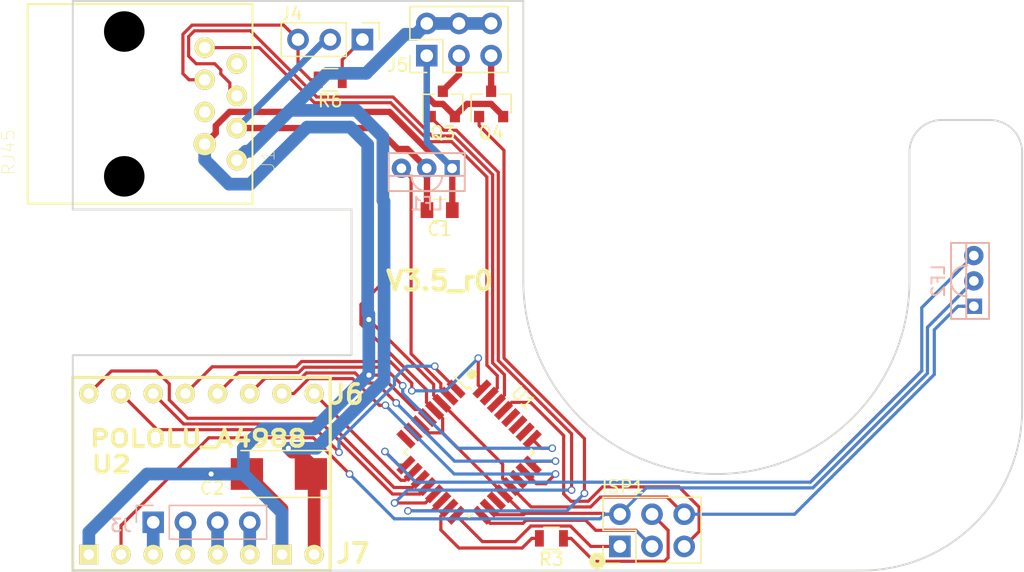
<source format=kicad_pcb>
(kicad_pcb (version 4) (host pcbnew 4.0.6)

  (general
    (links 56)
    (no_connects 0)
    (area 70.204 80.056666 155.448572 128.310714)
    (thickness 1.6)
    (drawings 20)
    (tracks 362)
    (zones 0)
    (modules 18)
    (nets 40)
  )

  (page A4)
  (layers
    (0 F.Cu signal)
    (31 B.Cu signal)
    (32 B.Adhes user)
    (33 F.Adhes user)
    (34 B.Paste user)
    (35 F.Paste user)
    (36 B.SilkS user)
    (37 F.SilkS user)
    (38 B.Mask user)
    (39 F.Mask user)
    (40 Dwgs.User user)
    (41 Cmts.User user)
    (42 Eco1.User user)
    (43 Eco2.User user)
    (44 Edge.Cuts user)
    (45 Margin user)
    (46 B.CrtYd user)
    (47 F.CrtYd user hide)
    (48 B.Fab user hide)
    (49 F.Fab user hide)
  )

  (setup
    (last_trace_width 0.25)
    (user_trace_width 0.5)
    (user_trace_width 1)
    (trace_clearance 0.2)
    (zone_clearance 0.508)
    (zone_45_only no)
    (trace_min 0.2)
    (segment_width 0.2)
    (edge_width 0.15)
    (via_size 0.6)
    (via_drill 0.4)
    (via_min_size 0.4)
    (via_min_drill 0.3)
    (uvia_size 0.3)
    (uvia_drill 0.1)
    (uvias_allowed no)
    (uvia_min_size 0.2)
    (uvia_min_drill 0.1)
    (pcb_text_width 0.3)
    (pcb_text_size 1.5 1.5)
    (mod_edge_width 0.15)
    (mod_text_size 1 1)
    (mod_text_width 0.15)
    (pad_size 1.524 1.524)
    (pad_drill 0.762)
    (pad_to_mask_clearance 0.2)
    (aux_axis_origin 76.2 127)
    (grid_origin 76.2 127)
    (visible_elements 7FFFFFFF)
    (pcbplotparams
      (layerselection 0x010f0_80000001)
      (usegerberextensions true)
      (excludeedgelayer true)
      (linewidth 0.100000)
      (plotframeref false)
      (viasonmask false)
      (mode 1)
      (useauxorigin true)
      (hpglpennumber 1)
      (hpglpenspeed 20)
      (hpglpendiameter 15)
      (hpglpenoverlay 2)
      (psnegative false)
      (psa4output false)
      (plotreference true)
      (plotvalue true)
      (plotinvisibletext false)
      (padsonsilk false)
      (subtractmaskfromsilk false)
      (outputformat 1)
      (mirror false)
      (drillshape 0)
      (scaleselection 1)
      (outputdirectory gerbers))
  )

  (net 0 "")
  (net 1 +5V)
  (net 2 GND)
  (net 3 +12V)
  (net 4 /MISO)
  (net 5 /SCK)
  (net 6 "Net-(ISP1-Pad4)")
  (net 7 /rst)
  (net 8 "Net-(J1-Pad5)")
  (net 9 /S_RX)
  (net 10 "Net-(J1-Pad3)")
  (net 11 "Net-(J1-Pad2)")
  (net 12 /S_TX)
  (net 13 "Net-(J3-Pad1)")
  (net 14 "Net-(J3-Pad2)")
  (net 15 "Net-(J3-Pad3)")
  (net 16 "Net-(J3-Pad4)")
  (net 17 "Net-(J4-Pad1)")
  (net 18 "Net-(J5-Pad3)")
  (net 19 "Net-(J5-Pad5)")
  (net 20 /LF1)
  (net 21 /LF2)
  (net 22 /PB1)
  (net 23 /PB2)
  (net 24 /OC2A)
  (net 25 /OC2B)
  (net 26 "Net-(U1-Pad7)")
  (net 27 "Net-(U1-Pad8)")
  (net 28 /M!EN)
  (net 29 /MDIR)
  (net 30 /M!SLP)
  (net 31 "Net-(U1-Pad19)")
  (net 32 "Net-(U1-Pad22)")
  (net 33 /MS1)
  (net 34 /MS2)
  (net 35 /MS3)
  (net 36 "Net-(U1-Pad26)")
  (net 37 "Net-(U1-Pad27)")
  (net 38 "Net-(U1-Pad28)")
  (net 39 /M!RST)

  (net_class Default "This is the default net class."
    (clearance 0.2)
    (trace_width 0.25)
    (via_dia 0.6)
    (via_drill 0.4)
    (uvia_dia 0.3)
    (uvia_drill 0.1)
    (add_net +12V)
    (add_net +5V)
    (add_net /LF1)
    (add_net /LF2)
    (add_net /M!EN)
    (add_net /M!RST)
    (add_net /M!SLP)
    (add_net /MDIR)
    (add_net /MISO)
    (add_net /MS1)
    (add_net /MS2)
    (add_net /MS3)
    (add_net /OC2A)
    (add_net /OC2B)
    (add_net /PB1)
    (add_net /PB2)
    (add_net /SCK)
    (add_net /S_RX)
    (add_net /S_TX)
    (add_net /rst)
    (add_net GND)
    (add_net "Net-(ISP1-Pad4)")
    (add_net "Net-(J1-Pad2)")
    (add_net "Net-(J1-Pad3)")
    (add_net "Net-(J1-Pad5)")
    (add_net "Net-(J3-Pad1)")
    (add_net "Net-(J3-Pad2)")
    (add_net "Net-(J3-Pad3)")
    (add_net "Net-(J3-Pad4)")
    (add_net "Net-(J4-Pad1)")
    (add_net "Net-(J5-Pad3)")
    (add_net "Net-(J5-Pad5)")
    (add_net "Net-(U1-Pad19)")
    (add_net "Net-(U1-Pad22)")
    (add_net "Net-(U1-Pad26)")
    (add_net "Net-(U1-Pad27)")
    (add_net "Net-(U1-Pad28)")
    (add_net "Net-(U1-Pad7)")
    (add_net "Net-(U1-Pad8)")
  )

  (module Mounting_Holes:MountingHole_3.7mm locked (layer F.Cu) (tedit 597AD90D) (tstamp 5979798D)
    (at 96.52 95.25)
    (descr "Mounting Hole 3.7mm, no annular")
    (tags "mounting hole 3.7mm no annular")
    (fp_text reference REF** (at 0 -4.7) (layer F.SilkS) hide
      (effects (font (size 1 1) (thickness 0.15)))
    )
    (fp_text value MountingHole_3.7mm (at 2.286 -6.35) (layer F.Fab)
      (effects (font (size 1 1) (thickness 0.15)))
    )
    (fp_circle (center 0 0) (end 3.7 0) (layer Cmts.User) (width 0.15))
    (fp_circle (center 0 0) (end 3.95 0) (layer F.CrtYd) (width 0.05))
    (pad 1 np_thru_hole circle (at 0 0) (size 3.7 3.7) (drill 3.7) (layers *.Cu *.Mask))
  )

  (module footprints:TSL235R-LF-S (layer B.Cu) (tedit 5976DA03) (tstamp 5976E185)
    (at 104.14 95.25 180)
    (path /597735D5)
    (fp_text reference LF1 (at 0 -2.8 180) (layer B.SilkS)
      (effects (font (size 1 1) (thickness 0.15)) (justify mirror))
    )
    (fp_text value TSL235R-LF (at 0 1.8 180) (layer B.Fab)
      (effects (font (size 1 1) (thickness 0.15)) (justify mirror))
    )
    (fp_arc (start 0 -0.6) (end 1.2 -0.5) (angle -184.7636417) (layer B.SilkS) (width 0.15))
    (fp_line (start 3 1.2) (end 3 -0.4) (layer B.SilkS) (width 0.15))
    (fp_line (start -3 1.2) (end 3 1.2) (layer B.SilkS) (width 0.15))
    (fp_line (start -3 -0.4) (end -3 1.2) (layer B.SilkS) (width 0.15))
    (fp_line (start -3 -1.8) (end -3 -0.4) (layer B.SilkS) (width 0.15))
    (fp_line (start 3 -1.8) (end -3 -1.8) (layer B.SilkS) (width 0.15))
    (fp_line (start 3 -0.4) (end 3 -1.8) (layer B.SilkS) (width 0.15))
    (fp_line (start -3 -0.6) (end 3 -0.6) (layer B.SilkS) (width 0.15))
    (pad 1 thru_hole rect (at -2 0 180) (size 1.2 1.3) (drill 0.762) (layers *.Cu *.Mask)
      (net 2 GND))
    (pad 2 thru_hole circle (at 0 0 180) (size 1.524 1.524) (drill 0.762) (layers *.Cu *.Mask)
      (net 1 +5V))
    (pad 3 thru_hole circle (at 2 0 180) (size 1.524 1.524) (drill 0.762) (layers *.Cu *.Mask)
      (net 20 /LF1))
  )

  (module Pin_Headers:Pin_Header_Straight_1x03_Pitch2.54mm (layer F.Cu) (tedit 59650532) (tstamp 5976E16C)
    (at 99.06 85.09 270)
    (descr "Through hole straight pin header, 1x03, 2.54mm pitch, single row")
    (tags "Through hole pin header THT 1x03 2.54mm single row")
    (path /59770C9F)
    (fp_text reference J4 (at -2.032 5.588 360) (layer F.SilkS)
      (effects (font (size 1 1) (thickness 0.15)))
    )
    (fp_text value CONN_01X03 (at 0 7.41 270) (layer F.Fab)
      (effects (font (size 1 1) (thickness 0.15)))
    )
    (fp_line (start -0.635 -1.27) (end 1.27 -1.27) (layer F.Fab) (width 0.1))
    (fp_line (start 1.27 -1.27) (end 1.27 6.35) (layer F.Fab) (width 0.1))
    (fp_line (start 1.27 6.35) (end -1.27 6.35) (layer F.Fab) (width 0.1))
    (fp_line (start -1.27 6.35) (end -1.27 -0.635) (layer F.Fab) (width 0.1))
    (fp_line (start -1.27 -0.635) (end -0.635 -1.27) (layer F.Fab) (width 0.1))
    (fp_line (start -1.33 6.41) (end 1.33 6.41) (layer F.SilkS) (width 0.12))
    (fp_line (start -1.33 1.27) (end -1.33 6.41) (layer F.SilkS) (width 0.12))
    (fp_line (start 1.33 1.27) (end 1.33 6.41) (layer F.SilkS) (width 0.12))
    (fp_line (start -1.33 1.27) (end 1.33 1.27) (layer F.SilkS) (width 0.12))
    (fp_line (start -1.33 0) (end -1.33 -1.33) (layer F.SilkS) (width 0.12))
    (fp_line (start -1.33 -1.33) (end 0 -1.33) (layer F.SilkS) (width 0.12))
    (fp_line (start -1.8 -1.8) (end -1.8 6.85) (layer F.CrtYd) (width 0.05))
    (fp_line (start -1.8 6.85) (end 1.8 6.85) (layer F.CrtYd) (width 0.05))
    (fp_line (start 1.8 6.85) (end 1.8 -1.8) (layer F.CrtYd) (width 0.05))
    (fp_line (start 1.8 -1.8) (end -1.8 -1.8) (layer F.CrtYd) (width 0.05))
    (fp_text user %R (at 0 2.54 360) (layer F.Fab)
      (effects (font (size 1 1) (thickness 0.15)))
    )
    (pad 1 thru_hole rect (at 0 0 270) (size 1.7 1.7) (drill 1) (layers *.Cu *.Mask)
      (net 17 "Net-(J4-Pad1)"))
    (pad 2 thru_hole oval (at 0 2.54 270) (size 1.7 1.7) (drill 1) (layers *.Cu *.Mask)
      (net 1 +5V))
    (pad 3 thru_hole oval (at 0 5.08 270) (size 1.7 1.7) (drill 1) (layers *.Cu *.Mask)
      (net 10 "Net-(J1-Pad3)"))
    (model ${KISYS3DMOD}/Pin_Headers.3dshapes/Pin_Header_Straight_1x03_Pitch2.54mm.wrl
      (at (xyz 0 0 0))
      (scale (xyz 1 1 1))
      (rotate (xyz 0 0 0))
    )
  )

  (module footprints:SWDIP8_.6W (layer F.Cu) (tedit 4E885F3C) (tstamp 5976E1EA)
    (at 86.36 119.38)
    (path /5976CCC6)
    (fp_text reference U2 (at -7.112 -0.762 180) (layer F.SilkS)
      (effects (font (size 1.27 1.524) (thickness 0.3048)))
    )
    (fp_text value POLOLU_A4988 (at -0.254 -2.794) (layer F.SilkS)
      (effects (font (size 1.27 1.524) (thickness 0.3048)))
    )
    (fp_line (start -10.16 -7.62) (end 10.16 -7.62) (layer F.SilkS) (width 0.254))
    (fp_line (start 10.16 -7.62) (end 10.16 7.62) (layer F.SilkS) (width 0.254))
    (fp_line (start 10.16 7.62) (end -10.16 7.62) (layer F.SilkS) (width 0.254))
    (fp_line (start -10.16 7.62) (end -10.16 -7.62) (layer F.SilkS) (width 0.254))
    (pad 1 thru_hole rect (at -8.89 6.35) (size 1.524 1.524) (drill 0.8128) (layers *.Cu *.Mask F.SilkS)
      (net 2 GND))
    (pad 2 thru_hole circle (at -6.35 6.35) (size 1.524 1.524) (drill 0.8128) (layers *.Cu *.Mask F.SilkS)
      (net 1 +5V))
    (pad 3 thru_hole circle (at -3.81 6.35) (size 1.524 1.524) (drill 0.8128) (layers *.Cu *.Mask F.SilkS)
      (net 13 "Net-(J3-Pad1)"))
    (pad 4 thru_hole circle (at -1.27 6.35) (size 1.524 1.524) (drill 0.8128) (layers *.Cu *.Mask F.SilkS)
      (net 14 "Net-(J3-Pad2)"))
    (pad 5 thru_hole circle (at 1.27 6.35) (size 1.524 1.524) (drill 0.8128) (layers *.Cu *.Mask F.SilkS)
      (net 15 "Net-(J3-Pad3)"))
    (pad 6 thru_hole circle (at 3.81 6.35) (size 1.524 1.524) (drill 0.8128) (layers *.Cu *.Mask F.SilkS)
      (net 16 "Net-(J3-Pad4)"))
    (pad 7 thru_hole rect (at 6.35 6.35) (size 1.524 1.524) (drill 0.8128) (layers *.Cu *.Mask F.SilkS)
      (net 2 GND))
    (pad 8 thru_hole circle (at 8.89 6.35) (size 1.524 1.524) (drill 0.8128) (layers *.Cu *.Mask F.SilkS)
      (net 3 +12V))
    (pad 9 thru_hole circle (at 8.89 -6.35) (size 1.524 1.524) (drill 0.8128) (layers *.Cu *.Mask F.SilkS)
      (net 28 /M!EN))
    (pad 10 thru_hole circle (at 6.35 -6.35) (size 1.524 1.524) (drill 0.8128) (layers *.Cu *.Mask F.SilkS)
      (net 33 /MS1))
    (pad 11 thru_hole circle (at 3.81 -6.35) (size 1.524 1.524) (drill 0.8128) (layers *.Cu *.Mask F.SilkS)
      (net 34 /MS2))
    (pad 12 thru_hole circle (at 1.27 -6.35) (size 1.524 1.524) (drill 0.8128) (layers *.Cu *.Mask F.SilkS)
      (net 35 /MS3))
    (pad 13 thru_hole circle (at -1.27 -6.35) (size 1.524 1.524) (drill 0.8128) (layers *.Cu *.Mask F.SilkS)
      (net 39 /M!RST))
    (pad 14 thru_hole circle (at -3.81 -6.35) (size 1.524 1.524) (drill 0.8128) (layers *.Cu *.Mask F.SilkS)
      (net 30 /M!SLP))
    (pad 15 thru_hole circle (at -6.35 -6.35) (size 1.524 1.524) (drill 0.8128) (layers *.Cu *.Mask F.SilkS)
      (net 25 /OC2B))
    (pad 16 thru_hole circle (at -8.89 -6.35) (size 1.524 1.524) (drill 0.8128) (layers *.Cu *.Mask F.SilkS)
      (net 29 /MDIR))
  )

  (module TO_SOT_Packages_SMD:SOT-23 (layer F.Cu) (tedit 58CE4E7E) (tstamp 5976E1A2)
    (at 109.22 90.17 90)
    (descr "SOT-23, Standard")
    (tags SOT-23)
    (path /59772A21)
    (attr smd)
    (fp_text reference Q4 (at -2.286 0 180) (layer F.SilkS)
      (effects (font (size 1 1) (thickness 0.15)))
    )
    (fp_text value CJ2302 (at 0 2.5 90) (layer F.Fab)
      (effects (font (size 1 1) (thickness 0.15)))
    )
    (fp_text user %R (at 0 0 180) (layer F.Fab)
      (effects (font (size 0.5 0.5) (thickness 0.075)))
    )
    (fp_line (start -0.7 -0.95) (end -0.7 1.5) (layer F.Fab) (width 0.1))
    (fp_line (start -0.15 -1.52) (end 0.7 -1.52) (layer F.Fab) (width 0.1))
    (fp_line (start -0.7 -0.95) (end -0.15 -1.52) (layer F.Fab) (width 0.1))
    (fp_line (start 0.7 -1.52) (end 0.7 1.52) (layer F.Fab) (width 0.1))
    (fp_line (start -0.7 1.52) (end 0.7 1.52) (layer F.Fab) (width 0.1))
    (fp_line (start 0.76 1.58) (end 0.76 0.65) (layer F.SilkS) (width 0.12))
    (fp_line (start 0.76 -1.58) (end 0.76 -0.65) (layer F.SilkS) (width 0.12))
    (fp_line (start -1.7 -1.75) (end 1.7 -1.75) (layer F.CrtYd) (width 0.05))
    (fp_line (start 1.7 -1.75) (end 1.7 1.75) (layer F.CrtYd) (width 0.05))
    (fp_line (start 1.7 1.75) (end -1.7 1.75) (layer F.CrtYd) (width 0.05))
    (fp_line (start -1.7 1.75) (end -1.7 -1.75) (layer F.CrtYd) (width 0.05))
    (fp_line (start 0.76 -1.58) (end -1.4 -1.58) (layer F.SilkS) (width 0.12))
    (fp_line (start 0.76 1.58) (end -0.7 1.58) (layer F.SilkS) (width 0.12))
    (pad 1 smd rect (at -1 -0.95 90) (size 0.9 0.8) (layers F.Cu F.Paste F.Mask)
      (net 23 /PB2))
    (pad 2 smd rect (at -1 0.95 90) (size 0.9 0.8) (layers F.Cu F.Paste F.Mask)
      (net 2 GND))
    (pad 3 smd rect (at 1 0 90) (size 0.9 0.8) (layers F.Cu F.Paste F.Mask)
      (net 19 "Net-(J5-Pad5)"))
    (model ${KISYS3DMOD}/TO_SOT_Packages_SMD.3dshapes/SOT-23.wrl
      (at (xyz 0 0 0))
      (scale (xyz 1 1 1))
      (rotate (xyz 0 0 0))
    )
  )

  (module Capacitors_SMD:C_0805 (layer F.Cu) (tedit 58AA8463) (tstamp 5976E13A)
    (at 105.156 98.552)
    (descr "Capacitor SMD 0805, reflow soldering, AVX (see smccp.pdf)")
    (tags "capacitor 0805")
    (path /59771D4C)
    (attr smd)
    (fp_text reference C1 (at 0 1.524) (layer F.SilkS)
      (effects (font (size 1 1) (thickness 0.15)))
    )
    (fp_text value 1uF (at 0 1.75) (layer F.Fab)
      (effects (font (size 1 1) (thickness 0.15)))
    )
    (fp_text user %R (at 0 -1.5) (layer F.Fab)
      (effects (font (size 1 1) (thickness 0.15)))
    )
    (fp_line (start -1 0.62) (end -1 -0.62) (layer F.Fab) (width 0.1))
    (fp_line (start 1 0.62) (end -1 0.62) (layer F.Fab) (width 0.1))
    (fp_line (start 1 -0.62) (end 1 0.62) (layer F.Fab) (width 0.1))
    (fp_line (start -1 -0.62) (end 1 -0.62) (layer F.Fab) (width 0.1))
    (fp_line (start 0.5 -0.85) (end -0.5 -0.85) (layer F.SilkS) (width 0.12))
    (fp_line (start -0.5 0.85) (end 0.5 0.85) (layer F.SilkS) (width 0.12))
    (fp_line (start -1.75 -0.88) (end 1.75 -0.88) (layer F.CrtYd) (width 0.05))
    (fp_line (start -1.75 -0.88) (end -1.75 0.87) (layer F.CrtYd) (width 0.05))
    (fp_line (start 1.75 0.87) (end 1.75 -0.88) (layer F.CrtYd) (width 0.05))
    (fp_line (start 1.75 0.87) (end -1.75 0.87) (layer F.CrtYd) (width 0.05))
    (pad 1 smd rect (at -1 0) (size 1 1.25) (layers F.Cu F.Paste F.Mask)
      (net 1 +5V))
    (pad 2 smd rect (at 1 0) (size 1 1.25) (layers F.Cu F.Paste F.Mask)
      (net 2 GND))
    (model Capacitors_SMD.3dshapes/C_0805.wrl
      (at (xyz 0 0 0))
      (scale (xyz 1 1 1))
      (rotate (xyz 0 0 0))
    )
  )

  (module Capacitors_Tantalum_SMD:CP_Tantalum_Case-C_EIA-6032-28_Reflow (layer F.Cu) (tedit 58CC8C08) (tstamp 5976E140)
    (at 92.471 119.38 180)
    (descr "Tantalum capacitor, Case C, EIA 6032-28, 6.0x3.2x2.5mm, Reflow soldering footprint")
    (tags "capacitor tantalum smd")
    (path /59771591)
    (attr smd)
    (fp_text reference C2 (at 5.271 -1.12 180) (layer F.SilkS)
      (effects (font (size 1 1) (thickness 0.15)))
    )
    (fp_text value 47uF (at 0 3.35 180) (layer F.Fab)
      (effects (font (size 1 1) (thickness 0.15)))
    )
    (fp_text user %R (at 0 0 180) (layer F.Fab)
      (effects (font (size 1 1) (thickness 0.15)))
    )
    (fp_line (start -4.2 -2) (end -4.2 2) (layer F.CrtYd) (width 0.05))
    (fp_line (start -4.2 2) (end 4.2 2) (layer F.CrtYd) (width 0.05))
    (fp_line (start 4.2 2) (end 4.2 -2) (layer F.CrtYd) (width 0.05))
    (fp_line (start 4.2 -2) (end -4.2 -2) (layer F.CrtYd) (width 0.05))
    (fp_line (start -3 -1.6) (end -3 1.6) (layer F.Fab) (width 0.1))
    (fp_line (start -3 1.6) (end 3 1.6) (layer F.Fab) (width 0.1))
    (fp_line (start 3 1.6) (end 3 -1.6) (layer F.Fab) (width 0.1))
    (fp_line (start 3 -1.6) (end -3 -1.6) (layer F.Fab) (width 0.1))
    (fp_line (start -2.4 -1.6) (end -2.4 1.6) (layer F.Fab) (width 0.1))
    (fp_line (start -2.1 -1.6) (end -2.1 1.6) (layer F.Fab) (width 0.1))
    (fp_line (start -4.1 -1.85) (end 3 -1.85) (layer F.SilkS) (width 0.12))
    (fp_line (start -4.1 1.85) (end 3 1.85) (layer F.SilkS) (width 0.12))
    (fp_line (start -4.1 -1.85) (end -4.1 1.85) (layer F.SilkS) (width 0.12))
    (pad 1 smd rect (at -2.525 0 180) (size 2.55 2.5) (layers F.Cu F.Paste F.Mask)
      (net 3 +12V))
    (pad 2 smd rect (at 2.525 0 180) (size 2.55 2.5) (layers F.Cu F.Paste F.Mask)
      (net 2 GND))
    (model Capacitors_Tantalum_SMD.3dshapes/CP_Tantalum_Case-C_EIA-6032-28.wrl
      (at (xyz 0 0 0))
      (scale (xyz 1 1 1))
      (rotate (xyz 0 0 0))
    )
  )

  (module Pin_Headers:Pin_Header_Straight_2x03_Pitch2.54mm (layer F.Cu) (tedit 59650532) (tstamp 5976E14A)
    (at 119.38 125.095 90)
    (descr "Through hole straight pin header, 2x03, 2.54mm pitch, double rows")
    (tags "Through hole pin header THT 2x03 2.54mm double row")
    (path /5976FF21)
    (fp_text reference ISP1 (at 4.699 0.254 180) (layer F.SilkS)
      (effects (font (size 1 1) (thickness 0.15)))
    )
    (fp_text value AVR-ISP-6 (at 1.27 7.41 90) (layer F.Fab)
      (effects (font (size 1 1) (thickness 0.15)))
    )
    (fp_line (start 0 -1.27) (end 3.81 -1.27) (layer F.Fab) (width 0.1))
    (fp_line (start 3.81 -1.27) (end 3.81 6.35) (layer F.Fab) (width 0.1))
    (fp_line (start 3.81 6.35) (end -1.27 6.35) (layer F.Fab) (width 0.1))
    (fp_line (start -1.27 6.35) (end -1.27 0) (layer F.Fab) (width 0.1))
    (fp_line (start -1.27 0) (end 0 -1.27) (layer F.Fab) (width 0.1))
    (fp_line (start -1.33 6.41) (end 3.87 6.41) (layer F.SilkS) (width 0.12))
    (fp_line (start -1.33 1.27) (end -1.33 6.41) (layer F.SilkS) (width 0.12))
    (fp_line (start 3.87 -1.33) (end 3.87 6.41) (layer F.SilkS) (width 0.12))
    (fp_line (start -1.33 1.27) (end 1.27 1.27) (layer F.SilkS) (width 0.12))
    (fp_line (start 1.27 1.27) (end 1.27 -1.33) (layer F.SilkS) (width 0.12))
    (fp_line (start 1.27 -1.33) (end 3.87 -1.33) (layer F.SilkS) (width 0.12))
    (fp_line (start -1.33 0) (end -1.33 -1.33) (layer F.SilkS) (width 0.12))
    (fp_line (start -1.33 -1.33) (end 0 -1.33) (layer F.SilkS) (width 0.12))
    (fp_line (start -1.8 -1.8) (end -1.8 6.85) (layer F.CrtYd) (width 0.05))
    (fp_line (start -1.8 6.85) (end 4.35 6.85) (layer F.CrtYd) (width 0.05))
    (fp_line (start 4.35 6.85) (end 4.35 -1.8) (layer F.CrtYd) (width 0.05))
    (fp_line (start 4.35 -1.8) (end -1.8 -1.8) (layer F.CrtYd) (width 0.05))
    (fp_text user %R (at 1.27 2.54 180) (layer F.Fab)
      (effects (font (size 1 1) (thickness 0.15)))
    )
    (pad 1 thru_hole rect (at 0 0 90) (size 1.7 1.7) (drill 1) (layers *.Cu *.Mask)
      (net 4 /MISO))
    (pad 2 thru_hole oval (at 2.54 0 90) (size 1.7 1.7) (drill 1) (layers *.Cu *.Mask)
      (net 1 +5V))
    (pad 3 thru_hole oval (at 0 2.54 90) (size 1.7 1.7) (drill 1) (layers *.Cu *.Mask)
      (net 5 /SCK))
    (pad 4 thru_hole oval (at 2.54 2.54 90) (size 1.7 1.7) (drill 1) (layers *.Cu *.Mask)
      (net 6 "Net-(ISP1-Pad4)"))
    (pad 5 thru_hole oval (at 0 5.08 90) (size 1.7 1.7) (drill 1) (layers *.Cu *.Mask)
      (net 7 /rst))
    (pad 6 thru_hole oval (at 2.54 5.08 90) (size 1.7 1.7) (drill 1) (layers *.Cu *.Mask)
      (net 2 GND))
    (model ${KISYS3DMOD}/Pin_Headers.3dshapes/Pin_Header_Straight_2x03_Pitch2.54mm.wrl
      (at (xyz 0 0 0))
      (scale (xyz 1 1 1))
      (rotate (xyz 0 0 0))
    )
  )

  (module Pin_Headers:Pin_Header_Straight_1x04_Pitch2.54mm (layer B.Cu) (tedit 59650532) (tstamp 5976E165)
    (at 82.55 123.19 270)
    (descr "Through hole straight pin header, 1x04, 2.54mm pitch, single row")
    (tags "Through hole pin header THT 1x04 2.54mm single row")
    (path /5976FD99)
    (fp_text reference J3 (at 0.254 2.54 360) (layer B.SilkS)
      (effects (font (size 1 1) (thickness 0.15)) (justify mirror))
    )
    (fp_text value CONN_01X04 (at 0 -9.95 270) (layer B.Fab)
      (effects (font (size 1 1) (thickness 0.15)) (justify mirror))
    )
    (fp_line (start -0.635 1.27) (end 1.27 1.27) (layer B.Fab) (width 0.1))
    (fp_line (start 1.27 1.27) (end 1.27 -8.89) (layer B.Fab) (width 0.1))
    (fp_line (start 1.27 -8.89) (end -1.27 -8.89) (layer B.Fab) (width 0.1))
    (fp_line (start -1.27 -8.89) (end -1.27 0.635) (layer B.Fab) (width 0.1))
    (fp_line (start -1.27 0.635) (end -0.635 1.27) (layer B.Fab) (width 0.1))
    (fp_line (start -1.33 -8.95) (end 1.33 -8.95) (layer B.SilkS) (width 0.12))
    (fp_line (start -1.33 -1.27) (end -1.33 -8.95) (layer B.SilkS) (width 0.12))
    (fp_line (start 1.33 -1.27) (end 1.33 -8.95) (layer B.SilkS) (width 0.12))
    (fp_line (start -1.33 -1.27) (end 1.33 -1.27) (layer B.SilkS) (width 0.12))
    (fp_line (start -1.33 0) (end -1.33 1.33) (layer B.SilkS) (width 0.12))
    (fp_line (start -1.33 1.33) (end 0 1.33) (layer B.SilkS) (width 0.12))
    (fp_line (start -1.8 1.8) (end -1.8 -9.4) (layer B.CrtYd) (width 0.05))
    (fp_line (start -1.8 -9.4) (end 1.8 -9.4) (layer B.CrtYd) (width 0.05))
    (fp_line (start 1.8 -9.4) (end 1.8 1.8) (layer B.CrtYd) (width 0.05))
    (fp_line (start 1.8 1.8) (end -1.8 1.8) (layer B.CrtYd) (width 0.05))
    (fp_text user %R (at 0 -3.81 540) (layer B.Fab)
      (effects (font (size 1 1) (thickness 0.15)) (justify mirror))
    )
    (pad 1 thru_hole rect (at 0 0 270) (size 1.7 1.7) (drill 1) (layers *.Cu *.Mask)
      (net 13 "Net-(J3-Pad1)"))
    (pad 2 thru_hole oval (at 0 -2.54 270) (size 1.7 1.7) (drill 1) (layers *.Cu *.Mask)
      (net 14 "Net-(J3-Pad2)"))
    (pad 3 thru_hole oval (at 0 -5.08 270) (size 1.7 1.7) (drill 1) (layers *.Cu *.Mask)
      (net 15 "Net-(J3-Pad3)"))
    (pad 4 thru_hole oval (at 0 -7.62 270) (size 1.7 1.7) (drill 1) (layers *.Cu *.Mask)
      (net 16 "Net-(J3-Pad4)"))
    (model ${KISYS3DMOD}/Pin_Headers.3dshapes/Pin_Header_Straight_1x04_Pitch2.54mm.wrl
      (at (xyz 0 0 0))
      (scale (xyz 1 1 1))
      (rotate (xyz 0 0 0))
    )
  )

  (module Pin_Headers:Pin_Header_Straight_2x03_Pitch2.54mm (layer F.Cu) (tedit 59650532) (tstamp 5976E176)
    (at 104.14 86.36 90)
    (descr "Through hole straight pin header, 2x03, 2.54mm pitch, double rows")
    (tags "Through hole pin header THT 2x03 2.54mm double row")
    (path /59772E34)
    (fp_text reference J5 (at -0.762 -2.286 180) (layer F.SilkS)
      (effects (font (size 1 1) (thickness 0.15)))
    )
    (fp_text value CONN_02X03 (at 1.27 7.41 90) (layer F.Fab)
      (effects (font (size 1 1) (thickness 0.15)))
    )
    (fp_line (start 0 -1.27) (end 3.81 -1.27) (layer F.Fab) (width 0.1))
    (fp_line (start 3.81 -1.27) (end 3.81 6.35) (layer F.Fab) (width 0.1))
    (fp_line (start 3.81 6.35) (end -1.27 6.35) (layer F.Fab) (width 0.1))
    (fp_line (start -1.27 6.35) (end -1.27 0) (layer F.Fab) (width 0.1))
    (fp_line (start -1.27 0) (end 0 -1.27) (layer F.Fab) (width 0.1))
    (fp_line (start -1.33 6.41) (end 3.87 6.41) (layer F.SilkS) (width 0.12))
    (fp_line (start -1.33 1.27) (end -1.33 6.41) (layer F.SilkS) (width 0.12))
    (fp_line (start 3.87 -1.33) (end 3.87 6.41) (layer F.SilkS) (width 0.12))
    (fp_line (start -1.33 1.27) (end 1.27 1.27) (layer F.SilkS) (width 0.12))
    (fp_line (start 1.27 1.27) (end 1.27 -1.33) (layer F.SilkS) (width 0.12))
    (fp_line (start 1.27 -1.33) (end 3.87 -1.33) (layer F.SilkS) (width 0.12))
    (fp_line (start -1.33 0) (end -1.33 -1.33) (layer F.SilkS) (width 0.12))
    (fp_line (start -1.33 -1.33) (end 0 -1.33) (layer F.SilkS) (width 0.12))
    (fp_line (start -1.8 -1.8) (end -1.8 6.85) (layer F.CrtYd) (width 0.05))
    (fp_line (start -1.8 6.85) (end 4.35 6.85) (layer F.CrtYd) (width 0.05))
    (fp_line (start 4.35 6.85) (end 4.35 -1.8) (layer F.CrtYd) (width 0.05))
    (fp_line (start 4.35 -1.8) (end -1.8 -1.8) (layer F.CrtYd) (width 0.05))
    (fp_text user %R (at 1.27 1.905 180) (layer F.Fab)
      (effects (font (size 1 1) (thickness 0.15)))
    )
    (pad 1 thru_hole rect (at 0 0 90) (size 1.7 1.7) (drill 1) (layers *.Cu *.Mask)
      (net 2 GND))
    (pad 2 thru_hole oval (at 2.54 0 90) (size 1.7 1.7) (drill 1) (layers *.Cu *.Mask)
      (net 3 +12V))
    (pad 3 thru_hole oval (at 0 2.54 90) (size 1.7 1.7) (drill 1) (layers *.Cu *.Mask)
      (net 18 "Net-(J5-Pad3)"))
    (pad 4 thru_hole oval (at 2.54 2.54 90) (size 1.7 1.7) (drill 1) (layers *.Cu *.Mask)
      (net 3 +12V))
    (pad 5 thru_hole oval (at 0 5.08 90) (size 1.7 1.7) (drill 1) (layers *.Cu *.Mask)
      (net 19 "Net-(J5-Pad5)"))
    (pad 6 thru_hole oval (at 2.54 5.08 90) (size 1.7 1.7) (drill 1) (layers *.Cu *.Mask)
      (net 3 +12V))
    (model ${KISYS3DMOD}/Pin_Headers.3dshapes/Pin_Header_Straight_2x03_Pitch2.54mm.wrl
      (at (xyz 0 0 0))
      (scale (xyz 1 1 1))
      (rotate (xyz 0 0 0))
    )
  )

  (module footprints:TSL235R-LF-S (layer B.Cu) (tedit 5976DA03) (tstamp 5976E194)
    (at 147.32 104.14 90)
    (path /597736CA)
    (fp_text reference LF2 (at 0 -2.8 90) (layer B.SilkS)
      (effects (font (size 1 1) (thickness 0.15)) (justify mirror))
    )
    (fp_text value TSL235R-LF (at 0 1.8 90) (layer B.Fab)
      (effects (font (size 1 1) (thickness 0.15)) (justify mirror))
    )
    (fp_arc (start 0 -0.6) (end 1.2 -0.5) (angle -184.7636417) (layer B.SilkS) (width 0.15))
    (fp_line (start 3 1.2) (end 3 -0.4) (layer B.SilkS) (width 0.15))
    (fp_line (start -3 1.2) (end 3 1.2) (layer B.SilkS) (width 0.15))
    (fp_line (start -3 -0.4) (end -3 1.2) (layer B.SilkS) (width 0.15))
    (fp_line (start -3 -1.8) (end -3 -0.4) (layer B.SilkS) (width 0.15))
    (fp_line (start 3 -1.8) (end -3 -1.8) (layer B.SilkS) (width 0.15))
    (fp_line (start 3 -0.4) (end 3 -1.8) (layer B.SilkS) (width 0.15))
    (fp_line (start -3 -0.6) (end 3 -0.6) (layer B.SilkS) (width 0.15))
    (pad 1 thru_hole rect (at -2 0 90) (size 1.2 1.3) (drill 0.762) (layers *.Cu *.Mask)
      (net 2 GND))
    (pad 2 thru_hole circle (at 0 0 90) (size 1.524 1.524) (drill 0.762) (layers *.Cu *.Mask)
      (net 1 +5V))
    (pad 3 thru_hole circle (at 2 0 90) (size 1.524 1.524) (drill 0.762) (layers *.Cu *.Mask)
      (net 21 /LF2))
  )

  (module TO_SOT_Packages_SMD:SOT-23 (layer F.Cu) (tedit 58CE4E7E) (tstamp 5976E19B)
    (at 105.41 90.17 90)
    (descr "SOT-23, Standard")
    (tags SOT-23)
    (path /59772352)
    (attr smd)
    (fp_text reference Q3 (at -2.286 0 180) (layer F.SilkS)
      (effects (font (size 1 1) (thickness 0.15)))
    )
    (fp_text value CJ2302 (at 0 2.5 90) (layer F.Fab)
      (effects (font (size 1 1) (thickness 0.15)))
    )
    (fp_text user %R (at 0 0 180) (layer F.Fab)
      (effects (font (size 0.5 0.5) (thickness 0.075)))
    )
    (fp_line (start -0.7 -0.95) (end -0.7 1.5) (layer F.Fab) (width 0.1))
    (fp_line (start -0.15 -1.52) (end 0.7 -1.52) (layer F.Fab) (width 0.1))
    (fp_line (start -0.7 -0.95) (end -0.15 -1.52) (layer F.Fab) (width 0.1))
    (fp_line (start 0.7 -1.52) (end 0.7 1.52) (layer F.Fab) (width 0.1))
    (fp_line (start -0.7 1.52) (end 0.7 1.52) (layer F.Fab) (width 0.1))
    (fp_line (start 0.76 1.58) (end 0.76 0.65) (layer F.SilkS) (width 0.12))
    (fp_line (start 0.76 -1.58) (end 0.76 -0.65) (layer F.SilkS) (width 0.12))
    (fp_line (start -1.7 -1.75) (end 1.7 -1.75) (layer F.CrtYd) (width 0.05))
    (fp_line (start 1.7 -1.75) (end 1.7 1.75) (layer F.CrtYd) (width 0.05))
    (fp_line (start 1.7 1.75) (end -1.7 1.75) (layer F.CrtYd) (width 0.05))
    (fp_line (start -1.7 1.75) (end -1.7 -1.75) (layer F.CrtYd) (width 0.05))
    (fp_line (start 0.76 -1.58) (end -1.4 -1.58) (layer F.SilkS) (width 0.12))
    (fp_line (start 0.76 1.58) (end -0.7 1.58) (layer F.SilkS) (width 0.12))
    (pad 1 smd rect (at -1 -0.95 90) (size 0.9 0.8) (layers F.Cu F.Paste F.Mask)
      (net 22 /PB1))
    (pad 2 smd rect (at -1 0.95 90) (size 0.9 0.8) (layers F.Cu F.Paste F.Mask)
      (net 2 GND))
    (pad 3 smd rect (at 1 0 90) (size 0.9 0.8) (layers F.Cu F.Paste F.Mask)
      (net 18 "Net-(J5-Pad3)"))
    (model ${KISYS3DMOD}/TO_SOT_Packages_SMD.3dshapes/SOT-23.wrl
      (at (xyz 0 0 0))
      (scale (xyz 1 1 1))
      (rotate (xyz 0 0 0))
    )
  )

  (module Resistors_SMD:R_0805 (layer F.Cu) (tedit 58E0A804) (tstamp 5976E1A8)
    (at 113.98 124.46 180)
    (descr "Resistor SMD 0805, reflow soldering, Vishay (see dcrcw.pdf)")
    (tags "resistor 0805")
    (path /5977035B)
    (attr smd)
    (fp_text reference R3 (at 0 -1.65 180) (layer F.SilkS)
      (effects (font (size 1 1) (thickness 0.15)))
    )
    (fp_text value 10k (at 0 1.75 180) (layer F.Fab)
      (effects (font (size 1 1) (thickness 0.15)))
    )
    (fp_text user %R (at 0 0 180) (layer F.Fab)
      (effects (font (size 0.5 0.5) (thickness 0.075)))
    )
    (fp_line (start -1 0.62) (end -1 -0.62) (layer F.Fab) (width 0.1))
    (fp_line (start 1 0.62) (end -1 0.62) (layer F.Fab) (width 0.1))
    (fp_line (start 1 -0.62) (end 1 0.62) (layer F.Fab) (width 0.1))
    (fp_line (start -1 -0.62) (end 1 -0.62) (layer F.Fab) (width 0.1))
    (fp_line (start 0.6 0.88) (end -0.6 0.88) (layer F.SilkS) (width 0.12))
    (fp_line (start -0.6 -0.88) (end 0.6 -0.88) (layer F.SilkS) (width 0.12))
    (fp_line (start -1.55 -0.9) (end 1.55 -0.9) (layer F.CrtYd) (width 0.05))
    (fp_line (start -1.55 -0.9) (end -1.55 0.9) (layer F.CrtYd) (width 0.05))
    (fp_line (start 1.55 0.9) (end 1.55 -0.9) (layer F.CrtYd) (width 0.05))
    (fp_line (start 1.55 0.9) (end -1.55 0.9) (layer F.CrtYd) (width 0.05))
    (pad 1 smd rect (at -0.95 0 180) (size 0.7 1.3) (layers F.Cu F.Paste F.Mask)
      (net 6 "Net-(ISP1-Pad4)"))
    (pad 2 smd rect (at 0.95 0 180) (size 0.7 1.3) (layers F.Cu F.Paste F.Mask)
      (net 24 /OC2A))
    (model ${KISYS3DMOD}/Resistors_SMD.3dshapes/R_0805.wrl
      (at (xyz 0 0 0))
      (scale (xyz 1 1 1))
      (rotate (xyz 0 0 0))
    )
  )

  (module Resistors_SMD:R_0805 (layer F.Cu) (tedit 58E0A804) (tstamp 5976E1AE)
    (at 96.52 88.265 180)
    (descr "Resistor SMD 0805, reflow soldering, Vishay (see dcrcw.pdf)")
    (tags "resistor 0805")
    (path /59771122)
    (attr smd)
    (fp_text reference R6 (at 0 -1.65 180) (layer F.SilkS)
      (effects (font (size 1 1) (thickness 0.15)))
    )
    (fp_text value 10k (at 0 1.75 180) (layer F.Fab)
      (effects (font (size 1 1) (thickness 0.15)))
    )
    (fp_text user %R (at 0 0 180) (layer F.Fab)
      (effects (font (size 0.5 0.5) (thickness 0.075)))
    )
    (fp_line (start -1 0.62) (end -1 -0.62) (layer F.Fab) (width 0.1))
    (fp_line (start 1 0.62) (end -1 0.62) (layer F.Fab) (width 0.1))
    (fp_line (start 1 -0.62) (end 1 0.62) (layer F.Fab) (width 0.1))
    (fp_line (start -1 -0.62) (end 1 -0.62) (layer F.Fab) (width 0.1))
    (fp_line (start 0.6 0.88) (end -0.6 0.88) (layer F.SilkS) (width 0.12))
    (fp_line (start -0.6 -0.88) (end 0.6 -0.88) (layer F.SilkS) (width 0.12))
    (fp_line (start -1.55 -0.9) (end 1.55 -0.9) (layer F.CrtYd) (width 0.05))
    (fp_line (start -1.55 -0.9) (end -1.55 0.9) (layer F.CrtYd) (width 0.05))
    (fp_line (start 1.55 0.9) (end 1.55 -0.9) (layer F.CrtYd) (width 0.05))
    (fp_line (start 1.55 0.9) (end -1.55 0.9) (layer F.CrtYd) (width 0.05))
    (pad 1 smd rect (at -0.95 0 180) (size 0.7 1.3) (layers F.Cu F.Paste F.Mask)
      (net 17 "Net-(J4-Pad1)"))
    (pad 2 smd rect (at 0.95 0 180) (size 0.7 1.3) (layers F.Cu F.Paste F.Mask)
      (net 10 "Net-(J1-Pad3)"))
    (model ${KISYS3DMOD}/Resistors_SMD.3dshapes/R_0805.wrl
      (at (xyz 0 0 0))
      (scale (xyz 1 1 1))
      (rotate (xyz 0 0 0))
    )
  )

  (module Housings_QFP:TQFP-32_7x7mm_Pitch0.8mm (layer F.Cu) (tedit 58CC9A48) (tstamp 5976E1D2)
    (at 107.479211 117.65038 315)
    (descr "32-Lead Plastic Thin Quad Flatpack (PT) - 7x7x1.0 mm Body, 2.00 mm [TQFP] (see Microchip Packaging Specification 00000049BS.pdf)")
    (tags "QFP 0.8")
    (path /5976CBAD)
    (attr smd)
    (fp_text reference U1 (at 0 -6.05 315) (layer F.SilkS)
      (effects (font (size 1 1) (thickness 0.15)))
    )
    (fp_text value ATMEGA328P-A (at 0 6.05 315) (layer F.Fab)
      (effects (font (size 1 1) (thickness 0.15)))
    )
    (fp_text user %R (at 0 0 315) (layer F.Fab)
      (effects (font (size 1 1) (thickness 0.15)))
    )
    (fp_line (start -2.5 -3.5) (end 3.5 -3.5) (layer F.Fab) (width 0.15))
    (fp_line (start 3.5 -3.5) (end 3.5 3.5) (layer F.Fab) (width 0.15))
    (fp_line (start 3.5 3.5) (end -3.5 3.5) (layer F.Fab) (width 0.15))
    (fp_line (start -3.5 3.5) (end -3.5 -2.5) (layer F.Fab) (width 0.15))
    (fp_line (start -3.5 -2.5) (end -2.5 -3.5) (layer F.Fab) (width 0.15))
    (fp_line (start -5.3 -5.3) (end -5.3 5.3) (layer F.CrtYd) (width 0.05))
    (fp_line (start 5.3 -5.3) (end 5.3 5.3) (layer F.CrtYd) (width 0.05))
    (fp_line (start -5.3 -5.3) (end 5.3 -5.3) (layer F.CrtYd) (width 0.05))
    (fp_line (start -5.3 5.3) (end 5.3 5.3) (layer F.CrtYd) (width 0.05))
    (fp_line (start -3.625 -3.625) (end -3.625 -3.4) (layer F.SilkS) (width 0.15))
    (fp_line (start 3.625 -3.625) (end 3.625 -3.3) (layer F.SilkS) (width 0.15))
    (fp_line (start 3.625 3.625) (end 3.625 3.3) (layer F.SilkS) (width 0.15))
    (fp_line (start -3.625 3.625) (end -3.625 3.3) (layer F.SilkS) (width 0.15))
    (fp_line (start -3.625 -3.625) (end -3.3 -3.625) (layer F.SilkS) (width 0.15))
    (fp_line (start -3.625 3.625) (end -3.3 3.625) (layer F.SilkS) (width 0.15))
    (fp_line (start 3.625 3.625) (end 3.3 3.625) (layer F.SilkS) (width 0.15))
    (fp_line (start 3.625 -3.625) (end 3.3 -3.625) (layer F.SilkS) (width 0.15))
    (fp_line (start -3.625 -3.4) (end -5.05 -3.4) (layer F.SilkS) (width 0.15))
    (pad 1 smd rect (at -4.25 -2.8 315) (size 1.6 0.55) (layers F.Cu F.Paste F.Mask)
      (net 25 /OC2B))
    (pad 2 smd rect (at -4.25 -2 315) (size 1.6 0.55) (layers F.Cu F.Paste F.Mask)
      (net 20 /LF1))
    (pad 3 smd rect (at -4.25 -1.2 315) (size 1.6 0.55) (layers F.Cu F.Paste F.Mask)
      (net 2 GND))
    (pad 4 smd rect (at -4.25 -0.4 315) (size 1.6 0.55) (layers F.Cu F.Paste F.Mask)
      (net 1 +5V))
    (pad 5 smd rect (at -4.25 0.4 315) (size 1.6 0.55) (layers F.Cu F.Paste F.Mask)
      (net 2 GND))
    (pad 6 smd rect (at -4.25 1.2 315) (size 1.6 0.55) (layers F.Cu F.Paste F.Mask)
      (net 1 +5V))
    (pad 7 smd rect (at -4.25 2 315) (size 1.6 0.55) (layers F.Cu F.Paste F.Mask)
      (net 26 "Net-(U1-Pad7)"))
    (pad 8 smd rect (at -4.25 2.8 315) (size 1.6 0.55) (layers F.Cu F.Paste F.Mask)
      (net 27 "Net-(U1-Pad8)"))
    (pad 9 smd rect (at -2.8 4.25 45) (size 1.6 0.55) (layers F.Cu F.Paste F.Mask)
      (net 21 /LF2))
    (pad 10 smd rect (at -2 4.25 45) (size 1.6 0.55) (layers F.Cu F.Paste F.Mask)
      (net 28 /M!EN))
    (pad 11 smd rect (at -1.2 4.25 45) (size 1.6 0.55) (layers F.Cu F.Paste F.Mask)
      (net 29 /MDIR))
    (pad 12 smd rect (at -0.4 4.25 45) (size 1.6 0.55) (layers F.Cu F.Paste F.Mask)
      (net 30 /M!SLP))
    (pad 13 smd rect (at 0.4 4.25 45) (size 1.6 0.55) (layers F.Cu F.Paste F.Mask)
      (net 22 /PB1))
    (pad 14 smd rect (at 1.2 4.25 45) (size 1.6 0.55) (layers F.Cu F.Paste F.Mask)
      (net 23 /PB2))
    (pad 15 smd rect (at 2 4.25 45) (size 1.6 0.55) (layers F.Cu F.Paste F.Mask)
      (net 24 /OC2A))
    (pad 16 smd rect (at 2.8 4.25 45) (size 1.6 0.55) (layers F.Cu F.Paste F.Mask)
      (net 4 /MISO))
    (pad 17 smd rect (at 4.25 2.8 315) (size 1.6 0.55) (layers F.Cu F.Paste F.Mask)
      (net 5 /SCK))
    (pad 18 smd rect (at 4.25 2 315) (size 1.6 0.55) (layers F.Cu F.Paste F.Mask)
      (net 1 +5V))
    (pad 19 smd rect (at 4.25 1.2 315) (size 1.6 0.55) (layers F.Cu F.Paste F.Mask)
      (net 31 "Net-(U1-Pad19)"))
    (pad 20 smd rect (at 4.25 0.4 315) (size 1.6 0.55) (layers F.Cu F.Paste F.Mask)
      (net 1 +5V))
    (pad 21 smd rect (at 4.25 -0.4 315) (size 1.6 0.55) (layers F.Cu F.Paste F.Mask)
      (net 2 GND))
    (pad 22 smd rect (at 4.25 -1.2 315) (size 1.6 0.55) (layers F.Cu F.Paste F.Mask)
      (net 32 "Net-(U1-Pad22)"))
    (pad 23 smd rect (at 4.25 -2 315) (size 1.6 0.55) (layers F.Cu F.Paste F.Mask)
      (net 33 /MS1))
    (pad 24 smd rect (at 4.25 -2.8 315) (size 1.6 0.55) (layers F.Cu F.Paste F.Mask)
      (net 34 /MS2))
    (pad 25 smd rect (at 2.8 -4.25 45) (size 1.6 0.55) (layers F.Cu F.Paste F.Mask)
      (net 35 /MS3))
    (pad 26 smd rect (at 2 -4.25 45) (size 1.6 0.55) (layers F.Cu F.Paste F.Mask)
      (net 36 "Net-(U1-Pad26)"))
    (pad 27 smd rect (at 1.2 -4.25 45) (size 1.6 0.55) (layers F.Cu F.Paste F.Mask)
      (net 37 "Net-(U1-Pad27)"))
    (pad 28 smd rect (at 0.4 -4.25 45) (size 1.6 0.55) (layers F.Cu F.Paste F.Mask)
      (net 38 "Net-(U1-Pad28)"))
    (pad 29 smd rect (at -0.4 -4.25 45) (size 1.6 0.55) (layers F.Cu F.Paste F.Mask)
      (net 7 /rst))
    (pad 30 smd rect (at -1.2 -4.25 45) (size 1.6 0.55) (layers F.Cu F.Paste F.Mask)
      (net 9 /S_RX))
    (pad 31 smd rect (at -2 -4.25 45) (size 1.6 0.55) (layers F.Cu F.Paste F.Mask)
      (net 12 /S_TX))
    (pad 32 smd rect (at -2.8 -4.25 45) (size 1.6 0.55) (layers F.Cu F.Paste F.Mask)
      (net 39 /M!RST))
    (model ${KISYS3DMOD}/Housings_QFP.3dshapes/TQFP-32_7x7mm_Pitch0.8mm.wrl
      (at (xyz 0 0 0))
      (scale (xyz 1 1 1))
      (rotate (xyz 0 0 0))
    )
  )

  (module Mounting_Holes:MountingHole_3.7mm locked (layer F.Cu) (tedit 597AD8E4) (tstamp 59797A3F)
    (at 147.32 96.52)
    (descr "Mounting Hole 3.7mm, no annular")
    (tags "mounting hole 3.7mm no annular")
    (fp_text reference REF** (at 0 -4.7) (layer F.SilkS) hide
      (effects (font (size 1 1) (thickness 0.15)))
    )
    (fp_text value MountingHole_3.7mm (at 0 4.7) (layer F.Fab)
      (effects (font (size 1 1) (thickness 0.15)))
    )
    (fp_circle (center 0 0) (end 3.7 0) (layer Cmts.User) (width 0.15))
    (fp_circle (center 0 0) (end 3.95 0) (layer F.CrtYd) (width 0.05))
    (pad 1 np_thru_hole circle (at 0 0) (size 3.7 3.7) (drill 3.7) (layers *.Cu *.Mask))
  )

  (module Mounting_Holes:MountingHole_3.7mm locked (layer F.Cu) (tedit 597AD909) (tstamp 59797A4E)
    (at 147.32 111.76)
    (descr "Mounting Hole 3.7mm, no annular")
    (tags "mounting hole 3.7mm no annular")
    (fp_text reference REF** (at 0 -4.7) (layer F.SilkS) hide
      (effects (font (size 1 1) (thickness 0.15)))
    )
    (fp_text value MountingHole_3.7mm (at 0 4.7) (layer F.Fab)
      (effects (font (size 1 1) (thickness 0.15)))
    )
    (fp_circle (center 0 0) (end 3.7 0) (layer Cmts.User) (width 0.15))
    (fp_circle (center 0 0) (end 3.95 0) (layer F.CrtYd) (width 0.05))
    (pad 1 np_thru_hole circle (at 0 0) (size 3.7 3.7) (drill 3.7) (layers *.Cu *.Mask))
  )

  (module footprints:54602-908LF (layer F.Cu) (tedit 5982D09F) (tstamp 59783846)
    (at 80.264 90.17 90)
    (path /597707BB)
    (fp_text reference J1 (at -4.46 11.365 90) (layer F.SilkS)
      (effects (font (size 1 1) (thickness 0.05)))
    )
    (fp_text value RJ45 (at -3.825 -9.135 90) (layer F.SilkS)
      (effects (font (size 1 1) (thickness 0.05)))
    )
    (fp_line (start 7.875 -7.62) (end 7.875 10.12) (layer F.SilkS) (width 0.1524))
    (fp_line (start 7.875 10.12) (end -7.875 10.12) (layer F.SilkS) (width 0.1524))
    (fp_line (start -7.875 10.12) (end -7.875 -7.62) (layer F.SilkS) (width 0.1524))
    (fp_line (start -7.875 -7.62) (end 7.875 -7.62) (layer F.SilkS) (width 0.1524))
    (fp_line (start -7.875 -5) (end 7.875 -5) (layer Dwgs.User) (width 0))
    (pad 1 thru_hole circle (at 4.445 6.35 90) (size 1.6 1.6) (drill 0.9) (layers *.Cu *.Mask F.SilkS)
      (net 12 /S_TX))
    (pad 2 thru_hole circle (at 3.175 8.89 90) (size 1.6 1.6) (drill 0.9) (layers *.Cu *.Mask F.SilkS)
      (net 11 "Net-(J1-Pad2)"))
    (pad 3 thru_hole circle (at 1.905 6.35 90) (size 1.6 1.6) (drill 0.9) (layers *.Cu *.Mask F.SilkS)
      (net 10 "Net-(J1-Pad3)"))
    (pad 4 thru_hole circle (at 0.635 8.89 90) (size 1.6 1.6) (drill 0.9) (layers *.Cu *.Mask F.SilkS)
      (net 9 /S_RX))
    (pad 5 thru_hole circle (at -0.635 6.35 90) (size 1.6 1.6) (drill 0.9) (layers *.Cu *.Mask F.SilkS)
      (net 8 "Net-(J1-Pad5)"))
    (pad 6 thru_hole circle (at -1.905 8.89 90) (size 1.6 1.6) (drill 0.9) (layers *.Cu *.Mask F.SilkS)
      (net 1 +5V))
    (pad 7 thru_hole circle (at -3.175 6.35 90) (size 1.75 1.75) (drill 0.9) (layers *.Cu *.Mask F.SilkS)
      (net 2 GND))
    (pad 8 thru_hole circle (at -4.445 8.89 90) (size 1.6 1.6) (drill 0.9) (layers *.Cu *.Mask F.SilkS)
      (net 3 +12V))
    (pad Hole np_thru_hole circle (at -5.715 0 90) (size 3.2 3.2) (drill 3.2) (layers))
    (pad Hole np_thru_hole circle (at 5.715 0 90) (size 3.2 3.2) (drill 3.2) (layers))
  )

  (gr_text J7 (at 98.3 125.65) (layer F.SilkS)
    (effects (font (size 1.5 1.5) (thickness 0.3)))
  )
  (gr_text J6 (at 97.85 113.1) (layer F.SilkS)
    (effects (font (size 1.5 1.5) (thickness 0.3)))
  )
  (gr_circle (center 107.7 111.5) (end 107.7 111.7) (layer F.SilkS) (width 0.4))
  (gr_arc (start 138.43 114.3) (end 151.13 114.3) (angle 90) (layer Edge.Cuts) (width 0.15))
  (gr_arc (start 148.59 93.98) (end 148.59 91.44) (angle 90) (layer Edge.Cuts) (width 0.15))
  (gr_arc (start 144.78 93.98) (end 142.24 93.98) (angle 90) (layer Edge.Cuts) (width 0.15))
  (gr_text V3.5_r0 (at 105.156 104.14) (layer F.SilkS)
    (effects (font (size 1.5 1.5) (thickness 0.34)))
  )
  (gr_circle (center 117.602 126.238) (end 117.756 126.238) (layer F.SilkS) (width 0.5))
  (gr_line (start 76.2 98.5) (end 76.2 82.042) (layer Edge.Cuts) (width 0.15))
  (gr_line (start 76.2 127) (end 76.2 110) (layer Edge.Cuts) (width 0.15))
  (gr_line (start 148.59 91.44) (end 144.78 91.44) (layer Edge.Cuts) (width 0.15))
  (gr_line (start 111.76 82.042) (end 76.2 82.042) (layer Edge.Cuts) (width 0.15))
  (gr_line (start 142.24 104.14) (end 142.24 93.98) (layer Edge.Cuts) (width 0.15))
  (gr_line (start 111.76 104.14) (end 111.76 82.042) (layer Edge.Cuts) (width 0.15))
  (gr_arc (start 127 104.14) (end 142.24 104.14) (angle 180) (layer Edge.Cuts) (width 0.15))
  (gr_line (start 151.13 114.3) (end 151.13 93.98) (layer Edge.Cuts) (width 0.15))
  (gr_line (start 76.2 127) (end 138.43 127) (layer Edge.Cuts) (width 0.15))
  (gr_line (start 98.2 110) (end 76.2 110) (layer Edge.Cuts) (width 0.15))
  (gr_line (start 98.2 98.5) (end 98.2 110) (layer Edge.Cuts) (width 0.15))
  (gr_line (start 76.2 98.5) (end 98.2 98.5) (layer Edge.Cuts) (width 0.15))

  (segment (start 121.45999 120.47501) (end 120.229999 121.705001) (width 0.25) (layer B.Cu) (net 1))
  (segment (start 143.660011 107.799989) (end 143.660011 111.4264) (width 0.25) (layer B.Cu) (net 1))
  (segment (start 120.229999 121.705001) (end 119.38 122.555) (width 0.25) (layer B.Cu) (net 1))
  (segment (start 143.660011 111.4264) (end 134.611401 120.47501) (width 0.25) (layer B.Cu) (net 1))
  (segment (start 147.32 104.14) (end 143.660011 107.799989) (width 0.25) (layer B.Cu) (net 1))
  (segment (start 134.611401 120.47501) (end 121.45999 120.47501) (width 0.25) (layer B.Cu) (net 1))
  (segment (start 98.942998 106) (end 98.942998 107.552511) (width 0.25) (layer F.Cu) (net 1))
  (segment (start 100.838 104.104998) (end 98.942998 106) (width 0.25) (layer F.Cu) (net 1))
  (segment (start 100.838 92.71) (end 100.838 104.104998) (width 0.25) (layer F.Cu) (net 1))
  (segment (start 89.154 92.075) (end 96.139 85.09) (width 0.5) (layer B.Cu) (net 1))
  (segment (start 96.139 85.09) (end 96.52 85.09) (width 0.5) (layer B.Cu) (net 1))
  (segment (start 109.589666 122.589262) (end 111.783883 122.589262) (width 0.25) (layer F.Cu) (net 1))
  (segment (start 109.070201 122.069797) (end 109.589666 122.589262) (width 0.25) (layer F.Cu) (net 1))
  (segment (start 111.783883 122.589262) (end 111.818145 122.555) (width 0.25) (layer F.Cu) (net 1))
  (segment (start 111.818145 122.555) (end 111.691145 122.428) (width 0.25) (layer F.Cu) (net 1))
  (segment (start 111.691145 122.428) (end 110.201572 120.938427) (width 0.25) (layer F.Cu) (net 1))
  (segment (start 111.749134 122.485989) (end 111.691145 122.428) (width 0.25) (layer F.Cu) (net 1))
  (segment (start 119.38 122.555) (end 118.177919 122.555) (width 0.25) (layer F.Cu) (net 1))
  (segment (start 118.108908 122.485989) (end 111.887156 122.485989) (width 0.25) (layer F.Cu) (net 1))
  (segment (start 118.177919 122.555) (end 118.108908 122.485989) (width 0.25) (layer F.Cu) (net 1))
  (segment (start 111.887156 122.485989) (end 111.818145 122.555) (width 0.25) (layer F.Cu) (net 1))
  (segment (start 104.120455 113.725938) (end 104.75685 114.362333) (width 0.25) (layer F.Cu) (net 1))
  (segment (start 104.120455 112.729968) (end 104.120455 113.725938) (width 0.25) (layer F.Cu) (net 1))
  (segment (start 98.942998 107.552511) (end 104.120455 112.729968) (width 0.25) (layer F.Cu) (net 1))
  (segment (start 100.203 92.075) (end 100.838 92.71) (width 0.5) (layer F.Cu) (net 1))
  (segment (start 89.154 92.075) (end 100.203 92.075) (width 0.5) (layer F.Cu) (net 1))
  (segment (start 104.156 98.552) (end 104.156 95.266) (width 0.5) (layer F.Cu) (net 1) (status 30))
  (segment (start 104.156 95.266) (end 104.14 95.25) (width 0.5) (layer F.Cu) (net 1) (status 30))
  (segment (start 101.854 93.726) (end 102.616 93.726) (width 0.5) (layer F.Cu) (net 1))
  (segment (start 102.616 93.726) (end 104.14 95.25) (width 0.5) (layer F.Cu) (net 1) (status 20))
  (segment (start 100.838 92.71) (end 101.854 93.726) (width 0.5) (layer F.Cu) (net 1))
  (segment (start 118.177919 122.555) (end 119.38 122.555) (width 0.25) (layer B.Cu) (net 1) (status 20))
  (segment (start 117.816907 122.916012) (end 118.177919 122.555) (width 0.25) (layer B.Cu) (net 1))
  (segment (start 101.580012 122.916012) (end 117.816907 122.916012) (width 0.25) (layer B.Cu) (net 1))
  (segment (start 98.044 119.38) (end 101.580012 122.916012) (width 0.25) (layer B.Cu) (net 1))
  (segment (start 80.01 125.73) (end 80.01 123.444998) (width 0.25) (layer F.Cu) (net 1) (status 10))
  (segment (start 80.01 123.444998) (end 86.932007 116.522991) (width 0.25) (layer F.Cu) (net 1))
  (segment (start 86.932007 116.522991) (end 95.186991 116.522991) (width 0.25) (layer F.Cu) (net 1))
  (segment (start 95.186991 116.522991) (end 98.044 119.38) (width 0.25) (layer F.Cu) (net 1))
  (via (at 98.044 119.38) (size 0.6) (drill 0.4) (layers F.Cu B.Cu) (net 1))
  (segment (start 105.393245 116.1301) (end 104.261874 116.130099) (width 0.25) (layer F.Cu) (net 1))
  (segment (start 104.261874 116.130099) (end 103.625479 115.493704) (width 0.25) (layer F.Cu) (net 1) (status 20))
  (segment (start 104.14 94.975) (end 104.14 95.25) (width 0.25) (layer F.Cu) (net 1) (status 30))
  (segment (start 104.75685 114.362333) (end 105.393245 114.998728) (width 0.25) (layer F.Cu) (net 1) (status 10))
  (segment (start 105.393245 114.998728) (end 105.393245 116.1301) (width 0.25) (layer F.Cu) (net 1))
  (segment (start 105.393245 116.1301) (end 110.201572 120.938427) (width 0.25) (layer F.Cu) (net 1) (status 20))
  (segment (start 103.9 95.01) (end 104.14 95.25) (width 0.25) (layer F.Cu) (net 1) (status 30))
  (segment (start 144.2 111.522821) (end 133.167821 122.555) (width 0.25) (layer B.Cu) (net 2))
  (segment (start 146.06 106.14) (end 144.2 108) (width 0.25) (layer B.Cu) (net 2))
  (segment (start 144.2 108) (end 144.2 111.522821) (width 0.25) (layer B.Cu) (net 2))
  (segment (start 147.32 106.14) (end 146.06 106.14) (width 0.25) (layer B.Cu) (net 2))
  (segment (start 147.32 106.14) (end 146.42 106.14) (width 0.25) (layer B.Cu) (net 2))
  (segment (start 125.662081 122.555) (end 124.46 122.555) (width 0.25) (layer B.Cu) (net 2))
  (segment (start 133.167821 122.555) (end 125.662081 122.555) (width 0.25) (layer B.Cu) (net 2))
  (segment (start 99.568 107.188) (end 99.568 106.763736) (width 1) (layer B.Cu) (net 2))
  (segment (start 86.614 94.582436) (end 86.614 93.345) (width 1) (layer B.Cu) (net 2))
  (segment (start 99.568 106.763736) (end 99.477988 106.673724) (width 1) (layer B.Cu) (net 2))
  (segment (start 99.477988 106.673724) (end 99.477988 93.377988) (width 1) (layer B.Cu) (net 2))
  (segment (start 94.7 92) (end 90.2 96.5) (width 1) (layer B.Cu) (net 2))
  (segment (start 99.477988 93.377988) (end 98.1 92) (width 1) (layer B.Cu) (net 2))
  (segment (start 98.1 92) (end 94.7 92) (width 1) (layer B.Cu) (net 2))
  (segment (start 90.2 96.5) (end 88.531564 96.5) (width 1) (layer B.Cu) (net 2))
  (segment (start 88.531564 96.5) (end 86.614 94.582436) (width 1) (layer B.Cu) (net 2))
  (segment (start 99.998749 111.575021) (end 99.574485 111.575021) (width 0.25) (layer F.Cu) (net 2))
  (segment (start 100.492264 111.575021) (end 99.998749 111.575021) (width 0.25) (layer F.Cu) (net 2))
  (segment (start 103.208867 114.291624) (end 100.492264 111.575021) (width 0.25) (layer F.Cu) (net 2))
  (segment (start 104.191164 114.928019) (end 103.554769 114.291624) (width 0.25) (layer F.Cu) (net 2))
  (segment (start 99.568 111.506) (end 99.568 111.568536) (width 0.25) (layer B.Cu) (net 2))
  (segment (start 99.568 111.568536) (end 99.574485 111.575021) (width 0.25) (layer B.Cu) (net 2))
  (segment (start 103.554769 114.291624) (end 103.208867 114.291624) (width 0.25) (layer F.Cu) (net 2))
  (via (at 99.574485 111.575021) (size 0.6) (drill 0.4) (layers F.Cu B.Cu) (net 2))
  (segment (start 101.2306 90.825201) (end 101.355399 90.95) (width 0.5) (layer F.Cu) (net 2))
  (segment (start 101.355399 90.95) (end 104.131399 93.726) (width 0.5) (layer F.Cu) (net 2))
  (segment (start 86.614 93.345) (end 87.488999 92.470001) (width 0.5) (layer F.Cu) (net 2))
  (segment (start 87.488999 92.470001) (end 87.488999 91.889999) (width 0.5) (layer F.Cu) (net 2))
  (segment (start 87.488999 91.889999) (end 88.578998 90.8) (width 0.5) (layer F.Cu) (net 2))
  (segment (start 88.578998 90.8) (end 101.205399 90.8) (width 0.5) (layer F.Cu) (net 2))
  (segment (start 101.205399 90.8) (end 101.355399 90.95) (width 0.5) (layer F.Cu) (net 2))
  (segment (start 106.14 95.2) (end 106.14 95.25) (width 0.5) (layer F.Cu) (net 2))
  (segment (start 104.131399 93.726) (end 104.666 93.726) (width 0.5) (layer F.Cu) (net 2))
  (segment (start 104.666 93.726) (end 106.14 95.2) (width 0.5) (layer F.Cu) (net 2))
  (via (at 99.568 107.188) (size 0.6) (drill 0.4) (layers F.Cu B.Cu) (net 2))
  (segment (start 99.568 107.188) (end 99.568 111.506) (width 1) (layer B.Cu) (net 2))
  (segment (start 104.68614 112.30614) (end 99.568 107.188) (width 0.25) (layer F.Cu) (net 2))
  (segment (start 105.322535 113.796648) (end 104.68614 113.160253) (width 0.25) (layer F.Cu) (net 2))
  (segment (start 104.68614 113.160253) (end 104.68614 112.30614) (width 0.25) (layer F.Cu) (net 2))
  (segment (start 82.058 119.38) (end 87.122 119.38) (width 1) (layer B.Cu) (net 2))
  (segment (start 89.946 119.38) (end 87.122 119.38) (width 1) (layer F.Cu) (net 2))
  (segment (start 87.122 119.38) (end 89.662 119.38) (width 1) (layer B.Cu) (net 2))
  (via (at 87.122 119.38) (size 0.6) (drill 0.4) (layers F.Cu B.Cu) (net 2))
  (segment (start 91.186 115.824) (end 89.662 117.348) (width 1) (layer B.Cu) (net 2))
  (segment (start 89.662 117.348) (end 89.662 119.38) (width 1) (layer B.Cu) (net 2))
  (segment (start 95.25 115.824) (end 91.186 115.824) (width 1) (layer B.Cu) (net 2))
  (segment (start 99.568 111.506) (end 95.25 115.824) (width 1) (layer B.Cu) (net 2))
  (segment (start 89.662 119.38) (end 92.71 122.428) (width 1) (layer B.Cu) (net 2))
  (segment (start 92.71 122.428) (end 92.71 125.73) (width 1) (layer B.Cu) (net 2))
  (segment (start 77.47 125.73) (end 77.47 123.968) (width 1) (layer B.Cu) (net 2))
  (segment (start 77.47 123.968) (end 82.058 119.38) (width 1) (layer B.Cu) (net 2))
  (segment (start 89.946 119.38) (end 92.71 122.144) (width 1) (layer F.Cu) (net 2))
  (segment (start 92.71 122.144) (end 92.71 125.73) (width 1) (layer F.Cu) (net 2))
  (segment (start 104.14 86.36) (end 104.14 93.2) (width 0.5) (layer B.Cu) (net 2))
  (segment (start 104.14 93.2) (end 106.14 95.2) (width 0.5) (layer B.Cu) (net 2))
  (segment (start 106.14 95.2) (end 106.14 95.25) (width 0.5) (layer B.Cu) (net 2))
  (segment (start 104.749998 90.17) (end 105.41 90.17) (width 0.5) (layer F.Cu) (net 2))
  (segment (start 105.41 90.17) (end 106.36 91.12) (width 0.5) (layer F.Cu) (net 2))
  (segment (start 106.36 91.12) (end 106.36 91.17) (width 0.5) (layer F.Cu) (net 2))
  (segment (start 104.14 86.36) (end 104.14 89.560002) (width 0.5) (layer F.Cu) (net 2))
  (segment (start 104.14 89.560002) (end 104.749998 90.17) (width 0.5) (layer F.Cu) (net 2))
  (segment (start 109.22 90.17) (end 107.31 90.17) (width 0.5) (layer F.Cu) (net 2))
  (segment (start 107.31 90.17) (end 106.36 91.12) (width 0.5) (layer F.Cu) (net 2))
  (segment (start 110.17 91.17) (end 110.17 91.12) (width 0.5) (layer F.Cu) (net 2))
  (segment (start 110.17 91.12) (end 109.22 90.17) (width 0.5) (layer F.Cu) (net 2))
  (segment (start 106.156 98.552) (end 106.156 95.266) (width 0.5) (layer F.Cu) (net 2) (status 30))
  (segment (start 106.156 95.266) (end 106.14 95.25) (width 0.5) (layer F.Cu) (net 2) (status 30))
  (segment (start 112.37353 121.979013) (end 110.767258 120.372741) (width 0.25) (layer F.Cu) (net 2) (status 20))
  (segment (start 117.851415 121.2) (end 117.072402 121.979013) (width 0.25) (layer F.Cu) (net 2))
  (segment (start 123.105 121.2) (end 117.851415 121.2) (width 0.25) (layer F.Cu) (net 2))
  (segment (start 124.46 122.555) (end 123.105 121.2) (width 0.25) (layer F.Cu) (net 2) (status 10))
  (segment (start 117.072402 121.979013) (end 112.37353 121.979013) (width 0.25) (layer F.Cu) (net 2))
  (segment (start 110.767258 120.372741) (end 110.130863 119.736346) (width 0.25) (layer F.Cu) (net 2) (status 10))
  (segment (start 110.130863 119.736346) (end 110.130863 118.604976) (width 0.25) (layer F.Cu) (net 2))
  (segment (start 110.130863 118.604976) (end 105.322535 113.796648) (width 0.25) (layer F.Cu) (net 2) (status 20))
  (segment (start 105.9 95.01) (end 106.14 95.25) (width 0.25) (layer F.Cu) (net 2) (status 30))
  (segment (start 100.768011 112.00306) (end 100.768011 97.87094) (width 1) (layer B.Cu) (net 3))
  (segment (start 93.218 117.348) (end 95.423071 117.348) (width 1) (layer B.Cu) (net 3))
  (segment (start 95.423071 117.348) (end 100.768011 112.00306) (width 1) (layer B.Cu) (net 3))
  (segment (start 100.677999 92.780928) (end 98.575071 90.678) (width 1) (layer B.Cu) (net 3))
  (segment (start 100.768011 97.87094) (end 100.677999 97.780928) (width 1) (layer B.Cu) (net 3))
  (segment (start 98.575071 90.678) (end 93.343 90.678) (width 1) (layer B.Cu) (net 3))
  (segment (start 100.677999 97.780928) (end 100.677999 92.780928) (width 1) (layer B.Cu) (net 3))
  (segment (start 90.117199 93.903801) (end 89.865199 93.903801) (width 1) (layer B.Cu) (net 3))
  (segment (start 89.865199 93.903801) (end 89.154 94.615) (width 1) (layer B.Cu) (net 3))
  (segment (start 93.343 90.678) (end 96.266 87.755) (width 1) (layer B.Cu) (net 3))
  (segment (start 90.117199 93.903801) (end 93.343 90.678) (width 1) (layer B.Cu) (net 3))
  (segment (start 99.822 87.288002) (end 102.440003 84.669999) (width 1) (layer B.Cu) (net 3))
  (segment (start 99.355002 87.755) (end 99.822 87.288002) (width 1) (layer B.Cu) (net 3))
  (segment (start 96.266 87.755) (end 99.355002 87.755) (width 1) (layer B.Cu) (net 3))
  (segment (start 103.290001 84.669999) (end 104.14 83.82) (width 1) (layer B.Cu) (net 3) (status 20))
  (segment (start 102.440003 84.669999) (end 103.290001 84.669999) (width 1) (layer B.Cu) (net 3))
  (segment (start 94.025999 117.647999) (end 94.996 118.618) (width 1) (layer F.Cu) (net 3) (status 20))
  (segment (start 94.996 118.618) (end 94.996 119.38) (width 1) (layer F.Cu) (net 3) (status 30))
  (segment (start 93.218 117.348) (end 93.517999 117.647999) (width 1) (layer F.Cu) (net 3))
  (segment (start 93.517999 117.647999) (end 94.025999 117.647999) (width 1) (layer F.Cu) (net 3))
  (via (at 93.218 117.348) (size 0.6) (drill 0.4) (layers F.Cu B.Cu) (net 3))
  (segment (start 95.25 125.73) (end 95.25 119.634) (width 1) (layer F.Cu) (net 3) (status 30))
  (segment (start 95.25 119.634) (end 94.996 119.38) (width 1) (layer F.Cu) (net 3) (status 30))
  (segment (start 109.22 83.82) (end 106.68 83.82) (width 1) (layer B.Cu) (net 3) (status 30))
  (segment (start 104.14 83.82) (end 106.68 83.82) (width 1) (layer B.Cu) (net 3) (status 30))
  (segment (start 108.532423 124.714) (end 106.71907 122.900647) (width 0.25) (layer F.Cu) (net 4))
  (segment (start 112.355411 123.484999) (end 111.12641 124.714) (width 0.25) (layer F.Cu) (net 4))
  (segment (start 106.71907 122.900647) (end 106.453906 122.635483) (width 0.25) (layer F.Cu) (net 4))
  (segment (start 115.482588 123.484999) (end 112.355411 123.484999) (width 0.25) (layer F.Cu) (net 4))
  (segment (start 111.12641 124.714) (end 108.532423 124.714) (width 0.25) (layer F.Cu) (net 4))
  (segment (start 117.092589 125.095) (end 115.482588 123.484999) (width 0.25) (layer F.Cu) (net 4))
  (segment (start 119.38 125.095) (end 117.092589 125.095) (width 0.25) (layer F.Cu) (net 4))
  (segment (start 121.070001 124.245001) (end 121.92 125.095) (width 0.25) (layer F.Cu) (net 5))
  (segment (start 120.65 123.825) (end 121.070001 124.245001) (width 0.25) (layer F.Cu) (net 5))
  (segment (start 117.475 123.825) (end 120.65 123.825) (width 0.25) (layer F.Cu) (net 5))
  (segment (start 116.684988 123.034988) (end 117.475 123.825) (width 0.25) (layer F.Cu) (net 5))
  (segment (start 111.974568 123.034988) (end 116.684988 123.034988) (width 0.25) (layer F.Cu) (net 5))
  (segment (start 111.737678 123.271878) (end 111.974568 123.034988) (width 0.25) (layer F.Cu) (net 5))
  (segment (start 109.140911 123.271878) (end 111.737678 123.271878) (width 0.25) (layer F.Cu) (net 5))
  (segment (start 108.504516 122.635483) (end 109.140911 123.271878) (width 0.25) (layer F.Cu) (net 5))
  (segment (start 121.92 125.095) (end 120.744999 123.919999) (width 0.25) (layer B.Cu) (net 5) (status 10))
  (segment (start 121.92 122.555) (end 123.19 123.825) (width 0.25) (layer F.Cu) (net 6))
  (segment (start 123.19 123.825) (end 123.19 125.984) (width 0.25) (layer F.Cu) (net 6))
  (segment (start 123.19 125.984) (end 122.903999 126.270001) (width 0.25) (layer F.Cu) (net 6))
  (segment (start 122.903999 126.270001) (end 117.340001 126.270001) (width 0.25) (layer F.Cu) (net 6))
  (segment (start 117.340001 126.270001) (end 115.53 124.46) (width 0.25) (layer F.Cu) (net 6))
  (segment (start 115.53 124.46) (end 114.93 124.46) (width 0.25) (layer F.Cu) (net 6))
  (segment (start 110.837967 113.725938) (end 110.201572 114.362333) (width 0.25) (layer F.Cu) (net 7) (status 20))
  (segment (start 112.327528 113.725938) (end 110.837967 113.725938) (width 0.25) (layer F.Cu) (net 7))
  (segment (start 115.523998 121.529002) (end 114.944998 120.950002) (width 0.25) (layer F.Cu) (net 7))
  (segment (start 116.886002 121.529002) (end 115.523998 121.529002) (width 0.25) (layer F.Cu) (net 7))
  (segment (start 118.019004 120.396) (end 116.886002 121.529002) (width 0.25) (layer F.Cu) (net 7))
  (segment (start 124.040002 120.396) (end 118.019004 120.396) (width 0.25) (layer F.Cu) (net 7))
  (segment (start 125.635001 123.919999) (end 125.635001 121.990999) (width 0.25) (layer F.Cu) (net 7))
  (segment (start 124.46 125.095) (end 125.635001 123.919999) (width 0.25) (layer F.Cu) (net 7) (status 10))
  (segment (start 125.635001 121.990999) (end 124.040002 120.396) (width 0.25) (layer F.Cu) (net 7))
  (segment (start 114.944998 120.950002) (end 114.944998 116.343408) (width 0.25) (layer F.Cu) (net 7))
  (segment (start 114.944998 116.343408) (end 112.327528 113.725938) (width 0.25) (layer F.Cu) (net 7))
  (segment (start 85.8 84.4) (end 85.344 84.856) (width 0.25) (layer F.Cu) (net 9))
  (segment (start 109.635887 113.796648) (end 110.272282 113.160253) (width 0.25) (layer F.Cu) (net 9))
  (segment (start 88.6 88.981) (end 89.154 89.535) (width 0.25) (layer F.Cu) (net 9))
  (segment (start 85.344 86.4) (end 85.944 87) (width 0.25) (layer F.Cu) (net 9))
  (segment (start 110.272282 113.160253) (end 110.272282 111.545103) (width 0.25) (layer F.Cu) (net 9))
  (segment (start 87.4 87) (end 87.464999 87.064999) (width 0.25) (layer F.Cu) (net 9))
  (segment (start 110.272282 111.545103) (end 109.33598 110.608801) (width 0.25) (layer F.Cu) (net 9))
  (segment (start 109.33598 110.608801) (end 109.33598 95.748391) (width 0.25) (layer F.Cu) (net 9))
  (segment (start 109.33598 95.748391) (end 106.288567 92.700978) (width 0.25) (layer F.Cu) (net 9))
  (segment (start 90.232822 84.4) (end 85.8 84.4) (width 0.25) (layer F.Cu) (net 9))
  (segment (start 106.288567 92.700978) (end 104.555976 92.700978) (width 0.25) (layer F.Cu) (net 9))
  (segment (start 104.555976 92.700978) (end 101.479965 89.624967) (width 0.25) (layer F.Cu) (net 9))
  (segment (start 101.479965 89.624967) (end 95.457789 89.624967) (width 0.25) (layer F.Cu) (net 9))
  (segment (start 95.457789 89.624967) (end 90.232822 84.4) (width 0.25) (layer F.Cu) (net 9))
  (segment (start 85.344 84.856) (end 85.344 86.4) (width 0.25) (layer F.Cu) (net 9))
  (segment (start 85.944 87) (end 87.4 87) (width 0.25) (layer F.Cu) (net 9))
  (segment (start 87.464999 87.064999) (end 87.4662 87.064999) (width 0.25) (layer F.Cu) (net 9))
  (segment (start 87.4662 87.064999) (end 87.884 87.482799) (width 0.25) (layer F.Cu) (net 9))
  (segment (start 87.884 87.482799) (end 87.884 87.8) (width 0.25) (layer F.Cu) (net 9))
  (segment (start 87.884 87.8) (end 88.6 88.516) (width 0.25) (layer F.Cu) (net 9))
  (segment (start 88.6 88.516) (end 88.6 88.981) (width 0.25) (layer F.Cu) (net 9))
  (segment (start 93.130001 84.240001) (end 93.98 85.09) (width 0.25) (layer F.Cu) (net 10))
  (segment (start 92.839991 83.949991) (end 93.130001 84.240001) (width 0.25) (layer F.Cu) (net 10))
  (segment (start 85.613599 83.949991) (end 92.839991 83.949991) (width 0.25) (layer F.Cu) (net 10))
  (segment (start 84.893989 84.6696) (end 85.613599 83.949991) (width 0.25) (layer F.Cu) (net 10))
  (segment (start 84.893989 87.782425) (end 84.893989 84.6696) (width 0.25) (layer F.Cu) (net 10))
  (segment (start 85.376564 88.265) (end 84.893989 87.782425) (width 0.25) (layer F.Cu) (net 10))
  (segment (start 86.614 88.265) (end 85.376564 88.265) (width 0.25) (layer F.Cu) (net 10))
  (segment (start 95.57 88.265) (end 94.97 88.265) (width 0.25) (layer F.Cu) (net 10) (status 10))
  (segment (start 93.98 87.275) (end 93.98 85.09) (width 0.25) (layer F.Cu) (net 10) (status 20))
  (segment (start 94.97 88.265) (end 93.98 87.275) (width 0.25) (layer F.Cu) (net 10))
  (segment (start 86.614 85.725) (end 90.921411 85.725) (width 0.25) (layer F.Cu) (net 12))
  (segment (start 90.921411 85.725) (end 95.271389 90.074978) (width 0.25) (layer F.Cu) (net 12))
  (segment (start 95.271389 90.074978) (end 101.293565 90.074978) (width 0.25) (layer F.Cu) (net 12))
  (segment (start 108.885969 95.934791) (end 108.885969 110.795201) (width 0.25) (layer F.Cu) (net 12))
  (segment (start 108.885969 110.795201) (end 109.706596 111.615828) (width 0.25) (layer F.Cu) (net 12))
  (segment (start 101.293565 90.074978) (end 104.369576 93.150989) (width 0.25) (layer F.Cu) (net 12))
  (segment (start 104.369576 93.150989) (end 106.102167 93.150989) (width 0.25) (layer F.Cu) (net 12))
  (segment (start 106.102167 93.150989) (end 108.885969 95.934791) (width 0.25) (layer F.Cu) (net 12))
  (segment (start 109.706596 111.615828) (end 109.706596 112.594568) (width 0.25) (layer F.Cu) (net 12))
  (segment (start 109.706596 112.594568) (end 109.070201 113.230963) (width 0.25) (layer F.Cu) (net 12))
  (segment (start 82.55 123.19) (end 82.55 125.73) (width 1) (layer B.Cu) (net 13) (status 30))
  (segment (start 85.09 123.19) (end 85.09 125.73) (width 1) (layer B.Cu) (net 14) (status 30))
  (segment (start 87.63 123.19) (end 87.63 125.73) (width 1) (layer B.Cu) (net 15) (status 30))
  (segment (start 90.17 123.19) (end 90.17 125.73) (width 1) (layer B.Cu) (net 16) (status 30))
  (segment (start 97.47 88.265) (end 97.47 86.68) (width 0.25) (layer F.Cu) (net 17) (status 10))
  (segment (start 97.47 86.68) (end 99.06 85.09) (width 0.25) (layer F.Cu) (net 17) (status 20))
  (segment (start 106.68 87.85) (end 106.68 86.36) (width 0.5) (layer F.Cu) (net 18))
  (segment (start 105.41 89.17) (end 105.41 89.12) (width 0.5) (layer F.Cu) (net 18))
  (segment (start 105.41 89.12) (end 106.68 87.85) (width 0.5) (layer F.Cu) (net 18))
  (segment (start 109.22 89.17) (end 109.22 86.36) (width 0.5) (layer F.Cu) (net 19))
  (segment (start 102.14 95.25) (end 102.901999 96.011999) (width 0.25) (layer F.Cu) (net 20))
  (segment (start 102.901999 96.011999) (end 102.901999 109.885589) (width 0.25) (layer F.Cu) (net 20))
  (segment (start 102.901999 109.885589) (end 105.251826 112.235416) (width 0.25) (layer F.Cu) (net 20))
  (segment (start 105.251826 112.235416) (end 105.251826 112.594568) (width 0.25) (layer F.Cu) (net 20))
  (segment (start 105.251826 112.594568) (end 105.888221 113.230963) (width 0.25) (layer F.Cu) (net 20))
  (segment (start 100.838 117.602) (end 103.260999 120.024999) (width 0.25) (layer B.Cu) (net 21))
  (segment (start 103.260999 120.024999) (end 134.425001 120.024999) (width 0.25) (layer B.Cu) (net 21))
  (segment (start 134.425001 120.024999) (end 143.21 111.24) (width 0.25) (layer B.Cu) (net 21))
  (segment (start 143.21 111.24) (end 143.21 106.25) (width 0.25) (layer B.Cu) (net 21))
  (segment (start 143.21 106.25) (end 147.32 102.14) (width 0.25) (layer B.Cu) (net 21))
  (segment (start 102.494108 118.675685) (end 101.911685 118.675685) (width 0.25) (layer F.Cu) (net 21) (status 10))
  (segment (start 101.911685 118.675685) (end 100.838 117.602) (width 0.25) (layer F.Cu) (net 21))
  (via (at 100.838 117.602) (size 0.6) (drill 0.4) (layers F.Cu B.Cu) (net 21))
  (segment (start 105.490967 92.250967) (end 104.46 91.22) (width 0.25) (layer F.Cu) (net 22))
  (segment (start 104.46 91.22) (end 104.46 91.17) (width 0.25) (layer F.Cu) (net 22))
  (segment (start 106.474967 92.250967) (end 105.490967 92.250967) (width 0.25) (layer F.Cu) (net 22))
  (segment (start 109.785991 95.561991) (end 106.474967 92.250967) (width 0.25) (layer F.Cu) (net 22))
  (segment (start 115.57 116.20641) (end 109.785991 110.422401) (width 0.25) (layer F.Cu) (net 22))
  (segment (start 115.57 120.65) (end 115.57 116.20641) (width 0.25) (layer F.Cu) (net 22))
  (segment (start 109.785991 110.422401) (end 109.785991 95.561991) (width 0.25) (layer F.Cu) (net 22))
  (segment (start 101.6 121.666) (end 104.029277 121.666) (width 0.25) (layer F.Cu) (net 22))
  (segment (start 104.029277 121.666) (end 104.75685 120.938427) (width 0.25) (layer F.Cu) (net 22) (status 20))
  (segment (start 115.57 120.65) (end 102.616 120.65) (width 0.25) (layer B.Cu) (net 22))
  (segment (start 102.616 120.65) (end 101.6 121.666) (width 0.25) (layer B.Cu) (net 22))
  (via (at 101.6 121.666) (size 0.6) (drill 0.4) (layers F.Cu B.Cu) (net 22))
  (via (at 115.57 120.65) (size 0.6) (drill 0.4) (layers F.Cu B.Cu) (net 22))
  (segment (start 116.586 120.904) (end 116.586 116.586) (width 0.25) (layer F.Cu) (net 23))
  (segment (start 116.586 116.586) (end 110.236 110.236) (width 0.25) (layer F.Cu) (net 23))
  (segment (start 110.236 110.236) (end 110.236 93.836) (width 0.25) (layer F.Cu) (net 23))
  (segment (start 110.236 93.836) (end 108.27 91.87) (width 0.25) (layer F.Cu) (net 23))
  (segment (start 108.27 91.87) (end 108.27 91.17) (width 0.25) (layer F.Cu) (net 23))
  (segment (start 115.19899 122.29101) (end 102.653683 122.29101) (width 0.25) (layer B.Cu) (net 23))
  (segment (start 116.586 120.904) (end 115.19899 122.29101) (width 0.25) (layer B.Cu) (net 23))
  (segment (start 105.322535 121.504112) (end 104.535637 122.29101) (width 0.25) (layer F.Cu) (net 23) (status 10))
  (segment (start 104.535637 122.29101) (end 102.653683 122.29101) (width 0.25) (layer F.Cu) (net 23))
  (via (at 102.653683 122.29101) (size 0.6) (drill 0.4) (layers F.Cu B.Cu) (net 23))
  (via (at 116.586 120.904) (size 0.6) (drill 0.4) (layers F.Cu B.Cu) (net 23))
  (segment (start 106.68 125.222) (end 105.251826 123.793826) (width 0.25) (layer F.Cu) (net 24))
  (segment (start 105.251826 123.793826) (end 105.251826 122.706192) (width 0.25) (layer F.Cu) (net 24))
  (segment (start 105.251826 122.706192) (end 105.888221 122.069797) (width 0.25) (layer F.Cu) (net 24) (status 20))
  (segment (start 111.668 125.222) (end 106.68 125.222) (width 0.25) (layer F.Cu) (net 24))
  (segment (start 113.03 124.46) (end 112.43 124.46) (width 0.25) (layer F.Cu) (net 24) (status 10))
  (segment (start 112.43 124.46) (end 111.668 125.222) (width 0.25) (layer F.Cu) (net 24))
  (segment (start 97.213545 117.241382) (end 97.213545 117.665646) (width 0.25) (layer B.Cu) (net 25))
  (segment (start 101.593022 111.83679) (end 101.593022 112.34479) (width 0.25) (layer B.Cu) (net 25))
  (segment (start 102.556966 110.872846) (end 101.593022 111.83679) (width 0.25) (layer B.Cu) (net 25))
  (segment (start 101.593022 112.34479) (end 97.213545 116.724267) (width 0.25) (layer B.Cu) (net 25))
  (segment (start 97.213545 116.724267) (end 97.213545 117.241382) (width 0.25) (layer B.Cu) (net 25))
  (segment (start 104.773155 110.872846) (end 102.556966 110.872846) (width 0.25) (layer B.Cu) (net 25))
  (segment (start 82.861989 115.881989) (end 95.429888 115.881989) (width 0.25) (layer F.Cu) (net 25))
  (segment (start 95.429888 115.881989) (end 97.213545 117.665646) (width 0.25) (layer F.Cu) (net 25))
  (segment (start 80.01 113.03) (end 82.861989 115.881989) (width 0.25) (layer F.Cu) (net 25) (status 10))
  (via (at 97.213545 117.665646) (size 0.6) (drill 0.4) (layers F.Cu B.Cu) (net 25))
  (segment (start 104.773155 110.984526) (end 104.773155 110.872846) (width 0.25) (layer F.Cu) (net 25))
  (segment (start 106.453906 112.665277) (end 104.773155 110.984526) (width 0.25) (layer F.Cu) (net 25) (status 10))
  (via (at 104.773155 110.872846) (size 0.6) (drill 0.4) (layers F.Cu B.Cu) (net 25))
  (segment (start 102.097765 119.877765) (end 95.25 113.03) (width 0.25) (layer F.Cu) (net 28) (status 20))
  (segment (start 102.423399 119.877765) (end 102.097765 119.877765) (width 0.25) (layer F.Cu) (net 28))
  (segment (start 103.059794 119.24137) (end 102.423399 119.877765) (width 0.25) (layer F.Cu) (net 28) (status 10))
  (segment (start 79.248 111.252) (end 82.804 111.252) (width 0.25) (layer F.Cu) (net 29))
  (segment (start 83.82 112.268) (end 83.82 113.538) (width 0.25) (layer F.Cu) (net 29))
  (segment (start 85.263967 114.981967) (end 96.091281 114.981967) (width 0.25) (layer F.Cu) (net 29))
  (segment (start 96.091281 114.981967) (end 101.552765 120.443451) (width 0.25) (layer F.Cu) (net 29))
  (segment (start 102.989084 120.443451) (end 103.625479 119.807056) (width 0.25) (layer F.Cu) (net 29) (status 20))
  (segment (start 77.47 113.03) (end 79.248 111.252) (width 0.25) (layer F.Cu) (net 29) (status 10))
  (segment (start 101.552765 120.443451) (end 102.989084 120.443451) (width 0.25) (layer F.Cu) (net 29))
  (segment (start 83.82 113.538) (end 85.263967 114.981967) (width 0.25) (layer F.Cu) (net 29))
  (segment (start 82.804 111.252) (end 83.82 112.268) (width 0.25) (layer F.Cu) (net 29))
  (segment (start 103.601916 120.961989) (end 101.434892 120.961989) (width 0.25) (layer F.Cu) (net 30))
  (segment (start 95.904881 115.431978) (end 84.951978 115.431978) (width 0.25) (layer F.Cu) (net 30))
  (segment (start 84.951978 115.431978) (end 82.55 113.03) (width 0.25) (layer F.Cu) (net 30) (status 20))
  (segment (start 101.434892 120.961989) (end 95.904881 115.431978) (width 0.25) (layer F.Cu) (net 30))
  (segment (start 104.191164 120.372741) (end 103.601916 120.961989) (width 0.25) (layer F.Cu) (net 30) (status 10))
  (segment (start 94.821206 111.850033) (end 98.288082 111.850033) (width 0.25) (layer F.Cu) (net 33))
  (segment (start 98.288082 111.850033) (end 100.39093 113.952881) (width 0.25) (layer F.Cu) (net 33))
  (segment (start 93.641239 113.03) (end 94.821206 111.850033) (width 0.25) (layer F.Cu) (net 33))
  (segment (start 92.71 113.03) (end 93.641239 113.03) (width 0.25) (layer F.Cu) (net 33))
  (segment (start 100.453641 113.952881) (end 100.877905 113.952881) (width 0.25) (layer F.Cu) (net 33))
  (segment (start 100.39093 113.952881) (end 100.453641 113.952881) (width 0.25) (layer F.Cu) (net 33))
  (via (at 100.877905 113.952881) (size 0.6) (drill 0.4) (layers F.Cu B.Cu) (net 33))
  (segment (start 106.305024 119.38) (end 101.177904 114.25288) (width 0.25) (layer B.Cu) (net 33))
  (segment (start 114.3 119.38) (end 106.305024 119.38) (width 0.25) (layer B.Cu) (net 33))
  (segment (start 101.177904 114.25288) (end 100.877905 113.952881) (width 0.25) (layer B.Cu) (net 33))
  (segment (start 114.3 119.38) (end 113.538 120.142) (width 0.25) (layer F.Cu) (net 33))
  (segment (start 113.538 120.142) (end 112.799258 120.142) (width 0.25) (layer F.Cu) (net 33))
  (segment (start 112.799258 120.142) (end 111.898628 119.24137) (width 0.25) (layer F.Cu) (net 33) (status 20))
  (via (at 114.3 119.38) (size 0.6) (drill 0.4) (layers F.Cu B.Cu) (net 33))
  (segment (start 100.163306 112.200023) (end 101.430597 113.467314) (width 0.25) (layer F.Cu) (net 34))
  (segment (start 99.274483 112.200023) (end 100.163306 112.200023) (width 0.25) (layer F.Cu) (net 34))
  (segment (start 94.214806 111.820022) (end 94.634806 111.400022) (width 0.25) (layer F.Cu) (net 34))
  (segment (start 90.17 113.03) (end 91.379978 111.820022) (width 0.25) (layer F.Cu) (net 34))
  (segment (start 94.634806 111.400022) (end 98.474482 111.400022) (width 0.25) (layer F.Cu) (net 34))
  (segment (start 101.430597 113.467314) (end 101.730596 113.767313) (width 0.25) (layer F.Cu) (net 34))
  (segment (start 91.379978 111.820022) (end 94.214806 111.820022) (width 0.25) (layer F.Cu) (net 34))
  (segment (start 98.474482 111.400022) (end 99.274483 112.200023) (width 0.25) (layer F.Cu) (net 34))
  (segment (start 102.030595 114.067312) (end 101.730596 113.767313) (width 0.25) (layer B.Cu) (net 34))
  (segment (start 106.327283 118.364) (end 102.030595 114.067312) (width 0.25) (layer B.Cu) (net 34))
  (segment (start 114.3 118.364) (end 106.327283 118.364) (width 0.25) (layer B.Cu) (net 34))
  (via (at 101.730596 113.767313) (size 0.6) (drill 0.4) (layers F.Cu B.Cu) (net 34))
  (segment (start 114.3 118.364) (end 112.775999 118.364) (width 0.25) (layer F.Cu) (net 34))
  (segment (start 112.775999 118.364) (end 112.464314 118.675685) (width 0.25) (layer F.Cu) (net 34) (status 20))
  (via (at 114.3 118.364) (size 0.6) (drill 0.4) (layers F.Cu B.Cu) (net 34))
  (segment (start 89.289989 111.370011) (end 94.028406 111.370011) (width 0.25) (layer F.Cu) (net 35))
  (segment (start 100.779083 110.950011) (end 101.942379 112.113307) (width 0.25) (layer F.Cu) (net 35))
  (segment (start 94.448406 110.950011) (end 100.779083 110.950011) (width 0.25) (layer F.Cu) (net 35))
  (segment (start 87.63 113.03) (end 89.289989 111.370011) (width 0.25) (layer F.Cu) (net 35))
  (segment (start 94.028406 111.370011) (end 94.448406 110.950011) (width 0.25) (layer F.Cu) (net 35))
  (segment (start 101.942379 112.113307) (end 102.242378 112.413306) (width 0.25) (layer F.Cu) (net 35))
  (segment (start 102.242378 112.83757) (end 102.242378 112.413306) (width 0.25) (layer B.Cu) (net 35))
  (segment (start 106.579327 117.348) (end 102.242378 113.011051) (width 0.25) (layer B.Cu) (net 35))
  (via (at 102.242378 112.413306) (size 0.6) (drill 0.4) (layers F.Cu B.Cu) (net 35))
  (segment (start 102.242378 113.011051) (end 102.242378 112.83757) (width 0.25) (layer B.Cu) (net 35))
  (segment (start 114.046 117.348) (end 106.579327 117.348) (width 0.25) (layer B.Cu) (net 35))
  (segment (start 114.046 117.348) (end 113.187239 117.348) (width 0.25) (layer F.Cu) (net 35))
  (segment (start 113.187239 117.348) (end 112.464314 116.625075) (width 0.25) (layer F.Cu) (net 35) (status 20))
  (via (at 114.046 117.348) (size 0.6) (drill 0.4) (layers F.Cu B.Cu) (net 35))
  (segment (start 85.09 113.03) (end 87.2 110.92) (width 0.25) (layer F.Cu) (net 39))
  (segment (start 101.254076 110.5) (end 102.959598 112.205522) (width 0.25) (layer F.Cu) (net 39))
  (segment (start 87.2 110.92) (end 93.842006 110.92) (width 0.25) (layer F.Cu) (net 39))
  (segment (start 93.842006 110.92) (end 94.262006 110.5) (width 0.25) (layer F.Cu) (net 39))
  (segment (start 94.262006 110.5) (end 101.254076 110.5) (width 0.25) (layer F.Cu) (net 39))
  (segment (start 108.239352 112.400113) (end 108.504516 112.665277) (width 0.25) (layer F.Cu) (net 39))
  (segment (start 108.204 110.236) (end 108.204 112.364761) (width 0.25) (layer F.Cu) (net 39))
  (segment (start 108.204 112.364761) (end 108.239352 112.400113) (width 0.25) (layer F.Cu) (net 39))
  (segment (start 102.959598 112.38829) (end 102.959598 112.812554) (width 0.25) (layer F.Cu) (net 39))
  (segment (start 102.959598 112.205522) (end 102.959598 112.38829) (width 0.25) (layer F.Cu) (net 39))
  (segment (start 105.627446 112.812554) (end 102.959598 112.812554) (width 0.25) (layer B.Cu) (net 39))
  (via (at 102.959598 112.812554) (size 0.6) (drill 0.4) (layers F.Cu B.Cu) (net 39))
  (segment (start 108.204 110.236) (end 105.627446 112.812554) (width 0.25) (layer B.Cu) (net 39))
  (via (at 108.204 110.236) (size 0.6) (drill 0.4) (layers F.Cu B.Cu) (net 39))

)

</source>
